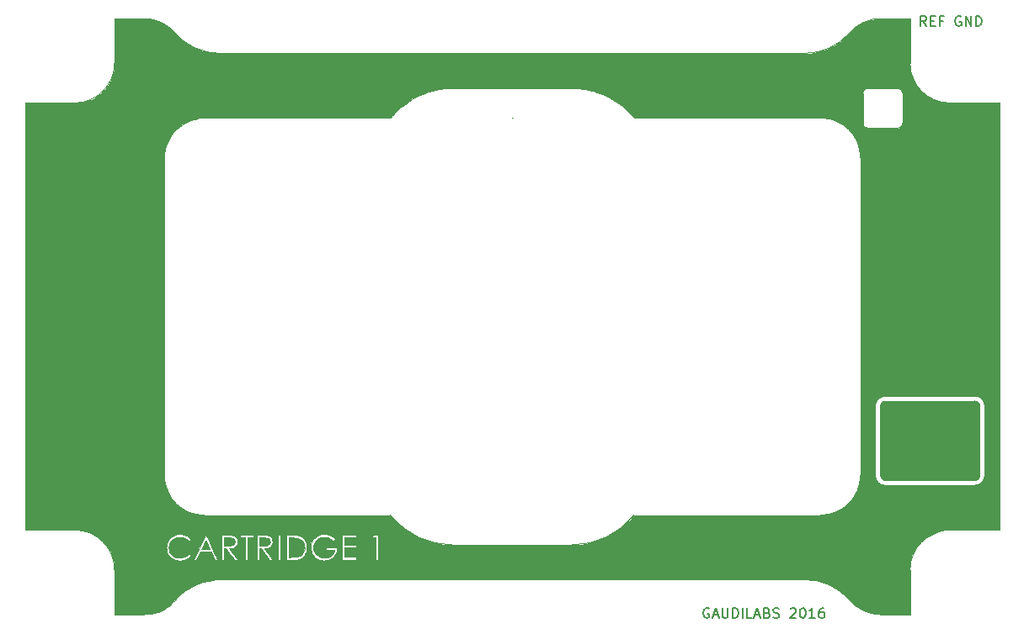
<source format=gbr>
G04 #@! TF.FileFunction,Legend,Top*
%FSLAX46Y46*%
G04 Gerber Fmt 4.6, Leading zero omitted, Abs format (unit mm)*
G04 Created by KiCad (PCBNEW 0.201603210401+6634~43~ubuntu14.04.1-product) date Mon 18 Apr 2016 03:28:45 PM CEST*
%MOMM*%
G01*
G04 APERTURE LIST*
%ADD10C,0.100000*%
%ADD11C,0.200000*%
%ADD12C,0.010000*%
%ADD13C,0.150000*%
G04 APERTURE END LIST*
D10*
D11*
X119776191Y-129400000D02*
X119680953Y-129352381D01*
X119538096Y-129352381D01*
X119395238Y-129400000D01*
X119300000Y-129495238D01*
X119252381Y-129590476D01*
X119204762Y-129780952D01*
X119204762Y-129923810D01*
X119252381Y-130114286D01*
X119300000Y-130209524D01*
X119395238Y-130304762D01*
X119538096Y-130352381D01*
X119633334Y-130352381D01*
X119776191Y-130304762D01*
X119823810Y-130257143D01*
X119823810Y-129923810D01*
X119633334Y-129923810D01*
X120204762Y-130066667D02*
X120680953Y-130066667D01*
X120109524Y-130352381D02*
X120442857Y-129352381D01*
X120776191Y-130352381D01*
X121109524Y-129352381D02*
X121109524Y-130161905D01*
X121157143Y-130257143D01*
X121204762Y-130304762D01*
X121300000Y-130352381D01*
X121490477Y-130352381D01*
X121585715Y-130304762D01*
X121633334Y-130257143D01*
X121680953Y-130161905D01*
X121680953Y-129352381D01*
X122157143Y-130352381D02*
X122157143Y-129352381D01*
X122395238Y-129352381D01*
X122538096Y-129400000D01*
X122633334Y-129495238D01*
X122680953Y-129590476D01*
X122728572Y-129780952D01*
X122728572Y-129923810D01*
X122680953Y-130114286D01*
X122633334Y-130209524D01*
X122538096Y-130304762D01*
X122395238Y-130352381D01*
X122157143Y-130352381D01*
X123157143Y-130352381D02*
X123157143Y-129352381D01*
X124109524Y-130352381D02*
X123633333Y-130352381D01*
X123633333Y-129352381D01*
X124395238Y-130066667D02*
X124871429Y-130066667D01*
X124300000Y-130352381D02*
X124633333Y-129352381D01*
X124966667Y-130352381D01*
X125633334Y-129828571D02*
X125776191Y-129876190D01*
X125823810Y-129923810D01*
X125871429Y-130019048D01*
X125871429Y-130161905D01*
X125823810Y-130257143D01*
X125776191Y-130304762D01*
X125680953Y-130352381D01*
X125300000Y-130352381D01*
X125300000Y-129352381D01*
X125633334Y-129352381D01*
X125728572Y-129400000D01*
X125776191Y-129447619D01*
X125823810Y-129542857D01*
X125823810Y-129638095D01*
X125776191Y-129733333D01*
X125728572Y-129780952D01*
X125633334Y-129828571D01*
X125300000Y-129828571D01*
X126252381Y-130304762D02*
X126395238Y-130352381D01*
X126633334Y-130352381D01*
X126728572Y-130304762D01*
X126776191Y-130257143D01*
X126823810Y-130161905D01*
X126823810Y-130066667D01*
X126776191Y-129971429D01*
X126728572Y-129923810D01*
X126633334Y-129876190D01*
X126442857Y-129828571D01*
X126347619Y-129780952D01*
X126300000Y-129733333D01*
X126252381Y-129638095D01*
X126252381Y-129542857D01*
X126300000Y-129447619D01*
X126347619Y-129400000D01*
X126442857Y-129352381D01*
X126680953Y-129352381D01*
X126823810Y-129400000D01*
X127966667Y-129447619D02*
X128014286Y-129400000D01*
X128109524Y-129352381D01*
X128347620Y-129352381D01*
X128442858Y-129400000D01*
X128490477Y-129447619D01*
X128538096Y-129542857D01*
X128538096Y-129638095D01*
X128490477Y-129780952D01*
X127919048Y-130352381D01*
X128538096Y-130352381D01*
X129157143Y-129352381D02*
X129252382Y-129352381D01*
X129347620Y-129400000D01*
X129395239Y-129447619D01*
X129442858Y-129542857D01*
X129490477Y-129733333D01*
X129490477Y-129971429D01*
X129442858Y-130161905D01*
X129395239Y-130257143D01*
X129347620Y-130304762D01*
X129252382Y-130352381D01*
X129157143Y-130352381D01*
X129061905Y-130304762D01*
X129014286Y-130257143D01*
X128966667Y-130161905D01*
X128919048Y-129971429D01*
X128919048Y-129733333D01*
X128966667Y-129542857D01*
X129014286Y-129447619D01*
X129061905Y-129400000D01*
X129157143Y-129352381D01*
X130442858Y-130352381D02*
X129871429Y-130352381D01*
X130157143Y-130352381D02*
X130157143Y-129352381D01*
X130061905Y-129495238D01*
X129966667Y-129590476D01*
X129871429Y-129638095D01*
X131300001Y-129352381D02*
X131109524Y-129352381D01*
X131014286Y-129400000D01*
X130966667Y-129447619D01*
X130871429Y-129590476D01*
X130823810Y-129780952D01*
X130823810Y-130161905D01*
X130871429Y-130257143D01*
X130919048Y-130304762D01*
X131014286Y-130352381D01*
X131204763Y-130352381D01*
X131300001Y-130304762D01*
X131347620Y-130257143D01*
X131395239Y-130161905D01*
X131395239Y-129923810D01*
X131347620Y-129828571D01*
X131300001Y-129780952D01*
X131204763Y-129733333D01*
X131014286Y-129733333D01*
X130919048Y-129780952D01*
X130871429Y-129828571D01*
X130823810Y-129923810D01*
D10*
X139248871Y-77529671D02*
X139248871Y-80529671D01*
X135748871Y-81029671D02*
X138748871Y-81029671D01*
X135248871Y-77529671D02*
X135248871Y-80529671D01*
X135748871Y-77029671D02*
X138748871Y-77029671D01*
X147000000Y-109000000D02*
X147000000Y-116000000D01*
X137500000Y-116500000D02*
X146500000Y-116500000D01*
X137000000Y-109000000D02*
X137000000Y-116000000D01*
X137500000Y-108500000D02*
X146500000Y-108500000D01*
X136500000Y-109000000D02*
X136500000Y-116000000D01*
X144000000Y-121500000D02*
X149000000Y-121500000D01*
X140000000Y-125500000D02*
X140000000Y-130000000D01*
X60000000Y-125500000D02*
X60000000Y-130000000D01*
X56000000Y-121500000D02*
X51000000Y-121500000D01*
X140000000Y-74500000D02*
X140000000Y-70000000D01*
X144000000Y-78500000D02*
X149000000Y-78500000D01*
X69000000Y-80000000D02*
X87755002Y-80000000D01*
X94000000Y-77000000D02*
X106000000Y-77000000D01*
X131000000Y-80000000D02*
X112244998Y-80000000D01*
X135000000Y-84000000D02*
X135000000Y-116000000D01*
X131000000Y-120000000D02*
X112244998Y-120000000D01*
X137500000Y-117000000D02*
X146500000Y-117000000D01*
X147500000Y-109000000D02*
X147500000Y-116000000D01*
X94000000Y-123000000D02*
X106000000Y-123000000D01*
X69000000Y-120000000D02*
X87755002Y-120000000D01*
X65000000Y-84000000D02*
X65000000Y-116000000D01*
X56000000Y-78500000D02*
X51000000Y-78500000D01*
X66015183Y-71371564D02*
X66077153Y-71442653D01*
X60000000Y-70000000D02*
X63000000Y-70000000D01*
X51000000Y-78500000D02*
X51000000Y-121500000D01*
X60000000Y-130000000D02*
X63000000Y-130000000D01*
X66077153Y-128557347D02*
X66015183Y-128628436D01*
X70599927Y-126500000D02*
X129400073Y-126500000D01*
X133922847Y-128557347D02*
X133984817Y-128628436D01*
X140000000Y-130000000D02*
X137000000Y-130000000D01*
X149000000Y-78500000D02*
X149000000Y-121500000D01*
X140000000Y-70000000D02*
X137000000Y-70000000D01*
X133984817Y-71371564D02*
X133922847Y-71442653D01*
X60000000Y-74500000D02*
X60000000Y-70000000D01*
X70599927Y-73500000D02*
X129400073Y-73500000D01*
X137500000Y-108000000D02*
X146500000Y-108000000D01*
X138748871Y-77029671D02*
G75*
G02X139248871Y-77529671I0J-500000D01*
G01*
X135748871Y-81029671D02*
G75*
G02X135248871Y-80529671I0J500000D01*
G01*
X135248871Y-77529671D02*
G75*
G02X135748871Y-77029671I500000J0D01*
G01*
X139248871Y-80529671D02*
G75*
G02X138748871Y-81029671I-500000J0D01*
G01*
X147000000Y-116000000D02*
G75*
G02X146500000Y-116500000I-500000J0D01*
G01*
X146500000Y-108500000D02*
G75*
G02X147000000Y-109000000I0J-500000D01*
G01*
X137000000Y-109000000D02*
G75*
G02X137500000Y-108500000I500000J0D01*
G01*
X137500000Y-116500000D02*
G75*
G02X137000000Y-116000000I0J500000D01*
G01*
X140000000Y-125500000D02*
G75*
G02X144000000Y-121500000I4000000J0D01*
G01*
X56000000Y-121500000D02*
G75*
G02X60000000Y-125500000I0J-4000000D01*
G01*
X144000000Y-78500000D02*
G75*
G02X140000000Y-74500000I0J4000000D01*
G01*
X65000000Y-84000000D02*
G75*
G02X69000000Y-80000000I4000000J0D01*
G01*
X87756557Y-79998059D02*
G75*
G02X94000000Y-77000000I6243443J-5001941D01*
G01*
X106002487Y-77000000D02*
G75*
G02X112244998Y-80000000I-2487J-8000000D01*
G01*
X131000000Y-80000000D02*
G75*
G02X135000000Y-84000000I0J-4000000D01*
G01*
X135000000Y-116000000D02*
G75*
G02X131000000Y-120000000I-4000000J0D01*
G01*
X112243443Y-120001941D02*
G75*
G02X106000000Y-123000000I-6243443J5001941D01*
G01*
X93997513Y-123000000D02*
G75*
G02X87755002Y-120000000I2487J8000000D01*
G01*
X69000000Y-120000000D02*
G75*
G02X65000000Y-116000000I0J4000000D01*
G01*
X60000000Y-74500000D02*
G75*
G02X56000000Y-78500000I-4000000J0D01*
G01*
X70597806Y-73500000D02*
G75*
G02X66077153Y-71442653I2121J6000000D01*
G01*
X63001414Y-69999999D02*
G75*
G02X66015183Y-71371564I-1414J-4000001D01*
G01*
X66014254Y-128629501D02*
G75*
G02X63000000Y-130000000I-3014254J2629501D01*
G01*
X66078547Y-128555749D02*
G75*
G02X70599927Y-126500000I4521380J-3944251D01*
G01*
X129402194Y-126500000D02*
G75*
G02X133922847Y-128557347I-2121J-6000000D01*
G01*
X136998586Y-130000001D02*
G75*
G02X133984817Y-128628436I1414J4000001D01*
G01*
X133985746Y-71370499D02*
G75*
G02X137000000Y-70000000I3014254J-2629501D01*
G01*
X133921453Y-71444251D02*
G75*
G02X129400073Y-73500000I-4521380J3944251D01*
G01*
X136500000Y-109000000D02*
G75*
G02X137500000Y-108000000I1000000J0D01*
G01*
X137500000Y-117000000D02*
G75*
G02X136500000Y-116000000I0J1000000D01*
G01*
X147500000Y-116000000D02*
G75*
G02X146500000Y-117000000I-1000000J0D01*
G01*
X146500000Y-108000000D02*
G75*
G02X147500000Y-109000000I0J-1000000D01*
G01*
D12*
G36*
X61975475Y-70033578D02*
X62248204Y-70033925D01*
X62487657Y-70034650D01*
X62696793Y-70035870D01*
X62878573Y-70037704D01*
X63035958Y-70040271D01*
X63171908Y-70043689D01*
X63289382Y-70048078D01*
X63391343Y-70053556D01*
X63480749Y-70060241D01*
X63560561Y-70068252D01*
X63633740Y-70077708D01*
X63703246Y-70088728D01*
X63772039Y-70101430D01*
X63843080Y-70115933D01*
X63870884Y-70121856D01*
X64244830Y-70220479D01*
X64600753Y-70352250D01*
X64940060Y-70518008D01*
X65264160Y-70718590D01*
X65574459Y-70954834D01*
X65872365Y-71227576D01*
X66060179Y-71425000D01*
X66292702Y-71674093D01*
X66514793Y-71894278D01*
X66733367Y-72091800D01*
X66955339Y-72272903D01*
X67187624Y-72443829D01*
X67191667Y-72446659D01*
X67588468Y-72700588D01*
X68006344Y-72923002D01*
X68441523Y-73112535D01*
X68890236Y-73267819D01*
X69348714Y-73387487D01*
X69813186Y-73470171D01*
X70102188Y-73502235D01*
X70126205Y-73503259D01*
X70174013Y-73504250D01*
X70245961Y-73505206D01*
X70342395Y-73506130D01*
X70463663Y-73507020D01*
X70610112Y-73507877D01*
X70782089Y-73508701D01*
X70979941Y-73509492D01*
X71204017Y-73510251D01*
X71454662Y-73510977D01*
X71732224Y-73511671D01*
X72037051Y-73512333D01*
X72369490Y-73512963D01*
X72729887Y-73513561D01*
X73118590Y-73514128D01*
X73535947Y-73514663D01*
X73982305Y-73515167D01*
X74458010Y-73515640D01*
X74963410Y-73516083D01*
X75498853Y-73516494D01*
X76064685Y-73516875D01*
X76661254Y-73517226D01*
X77288907Y-73517546D01*
X77947991Y-73517837D01*
X78638853Y-73518098D01*
X79361842Y-73518329D01*
X80117303Y-73518530D01*
X80905584Y-73518703D01*
X81727033Y-73518846D01*
X82581997Y-73518960D01*
X83470822Y-73519045D01*
X84393857Y-73519102D01*
X85351448Y-73519131D01*
X86343942Y-73519131D01*
X87371688Y-73519103D01*
X88435031Y-73519047D01*
X89534320Y-73518963D01*
X90669901Y-73518852D01*
X91842123Y-73518713D01*
X93051331Y-73518547D01*
X94297873Y-73518354D01*
X95582097Y-73518134D01*
X96904350Y-73517888D01*
X98264978Y-73517614D01*
X99664330Y-73517315D01*
X100186189Y-73517199D01*
X130015510Y-73510493D01*
X130260494Y-73468694D01*
X130743718Y-73370542D01*
X131201044Y-73244885D01*
X131635749Y-73090395D01*
X132051109Y-72905744D01*
X132450400Y-72689605D01*
X132836900Y-72440650D01*
X132889767Y-72403393D01*
X132982263Y-72336687D01*
X133067564Y-72272967D01*
X133148910Y-72209212D01*
X133229544Y-72142404D01*
X133312708Y-72069521D01*
X133401642Y-71987543D01*
X133499590Y-71893450D01*
X133609791Y-71784223D01*
X133735489Y-71656839D01*
X133879925Y-71508281D01*
X134046341Y-71335526D01*
X134133709Y-71244448D01*
X134415560Y-70978375D01*
X134721422Y-70742284D01*
X135048521Y-70537536D01*
X135394085Y-70365495D01*
X135755340Y-70227524D01*
X136129512Y-70124984D01*
X136513827Y-70059239D01*
X136555825Y-70054397D01*
X136614023Y-70050316D01*
X136709740Y-70046630D01*
X136841299Y-70043357D01*
X137007024Y-70040517D01*
X137205237Y-70038130D01*
X137434263Y-70036215D01*
X137692423Y-70034792D01*
X137978042Y-70033880D01*
X138289443Y-70033499D01*
X138354012Y-70033488D01*
X139961883Y-70033488D01*
X139961883Y-72304099D01*
X139962069Y-72667545D01*
X139962616Y-73009065D01*
X139963512Y-73326963D01*
X139964743Y-73619546D01*
X139966294Y-73885119D01*
X139968153Y-74121989D01*
X139970305Y-74328460D01*
X139972738Y-74502839D01*
X139975437Y-74643431D01*
X139978388Y-74748543D01*
X139981579Y-74816479D01*
X139982222Y-74825181D01*
X140033234Y-75216095D01*
X140121076Y-75596326D01*
X140244304Y-75963658D01*
X140401476Y-76315875D01*
X140591147Y-76650758D01*
X140811876Y-76966093D01*
X141062219Y-77259662D01*
X141340733Y-77529249D01*
X141645975Y-77772637D01*
X141976502Y-77987610D01*
X142078550Y-78045233D01*
X142362235Y-78183043D01*
X142670282Y-78301830D01*
X142990997Y-78397946D01*
X143312685Y-78467740D01*
X143532986Y-78499069D01*
X143584939Y-78502452D01*
X143675553Y-78505545D01*
X143804291Y-78508346D01*
X143970619Y-78510849D01*
X144174000Y-78513051D01*
X144413898Y-78514948D01*
X144689778Y-78516536D01*
X145001103Y-78517812D01*
X145347338Y-78518770D01*
X145727947Y-78519407D01*
X146142394Y-78519720D01*
X146340509Y-78519753D01*
X148957716Y-78519753D01*
X148957716Y-121480247D01*
X146340509Y-121480247D01*
X145910956Y-121480412D01*
X145514999Y-121480903D01*
X145153174Y-121481717D01*
X144826017Y-121482849D01*
X144534064Y-121484297D01*
X144277850Y-121486055D01*
X144057911Y-121488120D01*
X143874783Y-121490487D01*
X143729003Y-121493154D01*
X143621105Y-121496116D01*
X143551626Y-121499369D01*
X143532986Y-121500932D01*
X143168609Y-121559391D01*
X142805355Y-121654227D01*
X142449103Y-121782980D01*
X142105729Y-121943188D01*
X141781111Y-122132391D01*
X141481125Y-122348130D01*
X141450927Y-122372521D01*
X141359891Y-122451592D01*
X141252969Y-122551875D01*
X141139140Y-122664284D01*
X141027388Y-122779732D01*
X140926692Y-122889133D01*
X140846035Y-122983399D01*
X140841247Y-122989352D01*
X140622855Y-123292826D01*
X140432567Y-123620564D01*
X140272319Y-123967645D01*
X140144046Y-124329148D01*
X140049686Y-124700153D01*
X139991174Y-125075738D01*
X139982150Y-125172561D01*
X139978956Y-125233053D01*
X139975990Y-125330971D01*
X139973266Y-125464543D01*
X139970798Y-125631998D01*
X139968601Y-125831565D01*
X139966689Y-126061471D01*
X139965075Y-126319947D01*
X139963775Y-126605220D01*
X139962802Y-126915519D01*
X139962170Y-127249073D01*
X139961895Y-127604111D01*
X139961883Y-127695902D01*
X139961883Y-129966513D01*
X138349299Y-129966513D01*
X138045016Y-129966395D01*
X137777221Y-129966013D01*
X137543204Y-129965325D01*
X137340256Y-129964286D01*
X137165669Y-129962855D01*
X137016732Y-129960988D01*
X136890736Y-129958643D01*
X136784973Y-129955776D01*
X136696734Y-129952346D01*
X136623308Y-129948308D01*
X136561986Y-129943620D01*
X136510060Y-129938239D01*
X136502116Y-129937270D01*
X136123195Y-129871218D01*
X135752168Y-129769280D01*
X135394319Y-129633263D01*
X135054928Y-129464975D01*
X134957904Y-129408709D01*
X134785592Y-129300491D01*
X134626807Y-129189880D01*
X134475104Y-129071399D01*
X134324038Y-128939572D01*
X134167162Y-128788923D01*
X133998032Y-128613976D01*
X133907212Y-128516066D01*
X133696627Y-128292835D01*
X133498427Y-128096873D01*
X133305137Y-127921656D01*
X133109284Y-127760658D01*
X132903394Y-127607354D01*
X132729939Y-127488197D01*
X132319438Y-127236471D01*
X131898370Y-127021232D01*
X131464261Y-126841558D01*
X131014637Y-126696528D01*
X130547026Y-126585220D01*
X130113503Y-126513743D01*
X130099470Y-126512580D01*
X130074801Y-126511450D01*
X130038966Y-126510354D01*
X129991432Y-126509290D01*
X129931667Y-126508259D01*
X129859139Y-126507259D01*
X129773316Y-126506291D01*
X129673667Y-126505354D01*
X129559659Y-126504447D01*
X129430760Y-126503571D01*
X129286439Y-126502724D01*
X129126164Y-126501906D01*
X128949402Y-126501116D01*
X128755622Y-126500355D01*
X128544291Y-126499622D01*
X128314879Y-126498915D01*
X128066852Y-126498236D01*
X127799679Y-126497583D01*
X127512827Y-126496956D01*
X127205766Y-126496354D01*
X126877963Y-126495777D01*
X126528886Y-126495225D01*
X126158003Y-126494696D01*
X125764782Y-126494192D01*
X125348691Y-126493710D01*
X124909199Y-126493251D01*
X124445773Y-126492814D01*
X123957881Y-126492399D01*
X123444992Y-126492006D01*
X122906573Y-126491633D01*
X122342093Y-126491280D01*
X121751019Y-126490948D01*
X121132820Y-126490634D01*
X120486964Y-126490340D01*
X119812918Y-126490064D01*
X119110152Y-126489807D01*
X118378132Y-126489567D01*
X117616327Y-126489344D01*
X116824205Y-126489138D01*
X116001234Y-126488948D01*
X115146882Y-126488773D01*
X114260617Y-126488615D01*
X113341907Y-126488470D01*
X112390220Y-126488341D01*
X111405025Y-126488225D01*
X110385789Y-126488123D01*
X109331981Y-126488033D01*
X108243068Y-126487957D01*
X107118518Y-126487892D01*
X105957800Y-126487839D01*
X104760381Y-126487797D01*
X103525730Y-126487766D01*
X102253315Y-126487745D01*
X100942604Y-126487734D01*
X100009800Y-126487732D01*
X98672187Y-126487736D01*
X97373240Y-126487750D01*
X96112427Y-126487774D01*
X94889215Y-126487809D01*
X93703073Y-126487854D01*
X92553469Y-126487911D01*
X91439870Y-126487979D01*
X90361746Y-126488059D01*
X89318563Y-126488153D01*
X88309791Y-126488259D01*
X87334896Y-126488379D01*
X86393348Y-126488513D01*
X85484614Y-126488662D01*
X84608162Y-126488825D01*
X83763460Y-126489004D01*
X82949977Y-126489199D01*
X82167180Y-126489410D01*
X81414537Y-126489638D01*
X80691517Y-126489884D01*
X79997587Y-126490147D01*
X79332216Y-126490428D01*
X78694872Y-126490728D01*
X78085022Y-126491047D01*
X77502135Y-126491386D01*
X76945679Y-126491745D01*
X76415121Y-126492124D01*
X75909931Y-126492524D01*
X75429575Y-126492946D01*
X74973523Y-126493389D01*
X74541241Y-126493855D01*
X74132199Y-126494344D01*
X73745864Y-126494855D01*
X73381704Y-126495391D01*
X73039187Y-126495951D01*
X72717781Y-126496535D01*
X72416955Y-126497145D01*
X72136176Y-126497780D01*
X71874913Y-126498441D01*
X71632633Y-126499129D01*
X71408805Y-126499843D01*
X71202897Y-126500585D01*
X71014376Y-126501355D01*
X70842711Y-126502153D01*
X70687369Y-126502980D01*
X70547820Y-126503836D01*
X70423530Y-126504721D01*
X70313968Y-126505637D01*
X70218603Y-126506584D01*
X70136901Y-126507562D01*
X70068331Y-126508571D01*
X70012362Y-126509612D01*
X69968461Y-126510685D01*
X69936096Y-126511792D01*
X69914735Y-126512932D01*
X69906096Y-126513743D01*
X69412489Y-126598100D01*
X68935266Y-126717926D01*
X68474708Y-126873111D01*
X68031100Y-127063545D01*
X67604726Y-127289117D01*
X67195869Y-127549716D01*
X67133025Y-127593992D01*
X66913066Y-127758490D01*
X66703250Y-127931595D01*
X66496297Y-128119910D01*
X66284927Y-128330040D01*
X66077705Y-128551155D01*
X65894260Y-128746335D01*
X65723391Y-128914032D01*
X65557703Y-129060487D01*
X65389799Y-129191945D01*
X65212281Y-129314647D01*
X65061695Y-129408709D01*
X64728844Y-129586287D01*
X64375956Y-129732134D01*
X64008312Y-129844442D01*
X63631196Y-129921404D01*
X63517484Y-129937270D01*
X63466846Y-129942772D01*
X63407264Y-129947574D01*
X63336026Y-129951719D01*
X63250423Y-129955248D01*
X63147744Y-129958206D01*
X63025279Y-129960636D01*
X62880318Y-129962579D01*
X62710151Y-129964079D01*
X62512068Y-129965180D01*
X62283358Y-129965923D01*
X62021313Y-129966352D01*
X61723220Y-129966510D01*
X61671222Y-129966513D01*
X60059560Y-129966513D01*
X60052826Y-127531366D01*
X60051821Y-127171893D01*
X60050873Y-126849387D01*
X60049941Y-126561618D01*
X60048984Y-126306355D01*
X60047960Y-126081367D01*
X60046829Y-125884425D01*
X60045548Y-125713298D01*
X60044078Y-125565756D01*
X60042376Y-125439568D01*
X60040401Y-125332504D01*
X60038113Y-125242334D01*
X60035470Y-125166827D01*
X60032430Y-125103752D01*
X60028953Y-125050880D01*
X60024997Y-125005979D01*
X60020522Y-124966820D01*
X60015485Y-124931172D01*
X60009846Y-124896805D01*
X60003563Y-124861489D01*
X60003481Y-124861034D01*
X59912007Y-124455880D01*
X59788332Y-124071618D01*
X59632828Y-123709095D01*
X59445870Y-123369159D01*
X59348504Y-123227825D01*
X65215502Y-123227825D01*
X65219084Y-123378237D01*
X65234207Y-123511847D01*
X65239241Y-123538118D01*
X65297140Y-123730485D01*
X65386494Y-123917950D01*
X65500981Y-124088788D01*
X65591324Y-124190843D01*
X65748070Y-124326744D01*
X65915254Y-124429302D01*
X66100232Y-124502220D01*
X66299923Y-124547537D01*
X66433514Y-124565981D01*
X66547901Y-124573125D01*
X66661302Y-124569335D01*
X66775824Y-124557107D01*
X66999634Y-124510157D01*
X67029257Y-124498457D01*
X67958187Y-124498457D01*
X68240201Y-124498161D01*
X68609571Y-123714507D01*
X69729767Y-123714507D01*
X69906739Y-124101582D01*
X70083711Y-124488658D01*
X70227634Y-124494465D01*
X70303533Y-124496019D01*
X70346369Y-124492484D01*
X70362046Y-124482993D01*
X70361211Y-124474867D01*
X70351451Y-124453233D01*
X70326599Y-124398949D01*
X70288006Y-124314944D01*
X70237021Y-124204149D01*
X70174995Y-124069496D01*
X70103279Y-123913915D01*
X70023222Y-123740336D01*
X69936176Y-123551691D01*
X69843491Y-123350911D01*
X69777920Y-123208918D01*
X69654616Y-122942641D01*
X69546699Y-122711127D01*
X69453654Y-122513312D01*
X69374961Y-122348133D01*
X69310105Y-122214527D01*
X69258566Y-122111431D01*
X69219829Y-122037782D01*
X69193375Y-121992517D01*
X69178687Y-121974572D01*
X69176929Y-121974196D01*
X69164996Y-121992165D01*
X69137911Y-122042297D01*
X69097261Y-122121310D01*
X69044634Y-122225925D01*
X68981617Y-122352859D01*
X68909798Y-122498834D01*
X68830764Y-122660566D01*
X68746102Y-122834777D01*
X68657400Y-123018185D01*
X68566246Y-123207509D01*
X68474227Y-123399469D01*
X68382930Y-123590783D01*
X68293942Y-123778171D01*
X68208852Y-123958353D01*
X68129247Y-124128046D01*
X68056714Y-124283972D01*
X68005318Y-124395564D01*
X67958187Y-124498457D01*
X70778241Y-124498457D01*
X71033025Y-124498457D01*
X71033025Y-123361729D01*
X71202166Y-123361729D01*
X71651662Y-123929353D01*
X72101158Y-124496978D01*
X72265885Y-124497718D01*
X72345344Y-124497548D01*
X72391855Y-124495124D01*
X72411660Y-124488893D01*
X72411003Y-124477304D01*
X72400836Y-124464159D01*
X72381938Y-124441108D01*
X72341721Y-124391134D01*
X72283213Y-124318033D01*
X72209444Y-124225599D01*
X72123442Y-124117627D01*
X72028239Y-123997913D01*
X71947735Y-123896550D01*
X71524410Y-123363239D01*
X71587398Y-123353660D01*
X71644655Y-123345769D01*
X71718495Y-123336611D01*
X71754936Y-123332411D01*
X71920356Y-123296572D01*
X72065437Y-123230095D01*
X72187014Y-123136096D01*
X72281925Y-123017693D01*
X72347003Y-122878002D01*
X72379085Y-122720140D01*
X72379320Y-122717391D01*
X72375186Y-122561907D01*
X72338472Y-122414118D01*
X72272169Y-122281304D01*
X72179271Y-122170741D01*
X72141415Y-122138943D01*
X72074120Y-122093330D01*
X72000718Y-122056329D01*
X71916543Y-122027146D01*
X71816929Y-122004981D01*
X71697208Y-121989039D01*
X71552714Y-121978522D01*
X71378781Y-121972634D01*
X71170742Y-121970577D01*
X71155517Y-121970556D01*
X70778241Y-121970216D01*
X72600926Y-121970216D01*
X72600926Y-122264198D01*
X73149692Y-122264198D01*
X73149692Y-124498457D01*
X73404476Y-124498457D01*
X74306019Y-124498457D01*
X74560803Y-124498457D01*
X74560803Y-123361729D01*
X74644098Y-123362102D01*
X74727392Y-123362476D01*
X75178164Y-123930449D01*
X75628935Y-124498423D01*
X75790388Y-124498440D01*
X75951840Y-124498457D01*
X75527924Y-123964391D01*
X75427547Y-123838012D01*
X75334015Y-123720407D01*
X75250344Y-123615356D01*
X75179552Y-123526639D01*
X75124652Y-123458037D01*
X75088662Y-123413330D01*
X75075481Y-123397273D01*
X75060303Y-123374488D01*
X75071920Y-123362608D01*
X75112558Y-123354963D01*
X75239034Y-123336389D01*
X75334647Y-123320208D01*
X75407498Y-123304518D01*
X75465685Y-123287415D01*
X75517309Y-123266994D01*
X75547978Y-123252614D01*
X75676412Y-123169101D01*
X75780002Y-123056006D01*
X75850737Y-122932908D01*
X75877777Y-122866479D01*
X75893286Y-122803464D01*
X75900087Y-122728364D01*
X75901175Y-122656173D01*
X75884965Y-122490218D01*
X75836701Y-122346647D01*
X75756058Y-122224834D01*
X75642716Y-122124151D01*
X75619136Y-122108428D01*
X75561865Y-122074085D01*
X75505666Y-122046654D01*
X75445095Y-122025241D01*
X75374711Y-122008950D01*
X75289072Y-121996886D01*
X75182735Y-121988153D01*
X75050258Y-121981856D01*
X74886199Y-121977100D01*
X74810687Y-121975433D01*
X74560035Y-121970216D01*
X76422685Y-121970216D01*
X76422685Y-124498457D01*
X76677469Y-124498457D01*
X77285031Y-124498457D01*
X77815024Y-124498457D01*
X77995944Y-124497815D01*
X78142738Y-124495739D01*
X78260457Y-124492003D01*
X78354154Y-124486381D01*
X78428881Y-124478645D01*
X78489691Y-124468571D01*
X78491616Y-124468176D01*
X78629156Y-124433925D01*
X78741914Y-124390965D01*
X78844226Y-124333120D01*
X78904435Y-124290311D01*
X79054518Y-124152377D01*
X79177271Y-123986470D01*
X79272451Y-123792951D01*
X79306862Y-123694908D01*
X79325386Y-123630523D01*
X79338149Y-123570302D01*
X79346129Y-123504601D01*
X79350305Y-123423776D01*
X79351643Y-123318901D01*
X79722093Y-123318901D01*
X79752907Y-123537445D01*
X79783618Y-123651191D01*
X79863002Y-123840606D01*
X79975225Y-124018125D01*
X80114860Y-124178430D01*
X80276482Y-124316205D01*
X80454664Y-124426135D01*
X80643980Y-124502902D01*
X80656782Y-124506687D01*
X80848665Y-124547983D01*
X81053281Y-124567136D01*
X81256988Y-124563803D01*
X81446146Y-124537641D01*
X81488966Y-124527645D01*
X81690079Y-124457347D01*
X81868445Y-124355981D01*
X82022596Y-124225399D01*
X82151067Y-124067453D01*
X82252391Y-123883993D01*
X82325100Y-123676869D01*
X82367727Y-123447934D01*
X82371204Y-123414322D01*
X82385315Y-123263735D01*
X81283179Y-123263735D01*
X81283179Y-123538118D01*
X82111456Y-123538118D01*
X82099795Y-123609979D01*
X82063155Y-123730450D01*
X81995313Y-123853459D01*
X81902713Y-123970624D01*
X81791799Y-124073566D01*
X81690611Y-124142109D01*
X81573396Y-124200461D01*
X81456084Y-124239599D01*
X81327215Y-124262140D01*
X81175330Y-124270700D01*
X81126389Y-124270945D01*
X81018090Y-124269154D01*
X80935577Y-124263468D01*
X80865488Y-124251975D01*
X80794463Y-124232761D01*
X80744401Y-124216236D01*
X80564135Y-124141442D01*
X80411996Y-124048935D01*
X80278768Y-123932913D01*
X80255446Y-123908396D01*
X80132380Y-123749199D01*
X80044605Y-123577434D01*
X79992910Y-123396728D01*
X79978082Y-123210709D01*
X80000909Y-123023003D01*
X80036631Y-122900930D01*
X80121727Y-122722021D01*
X80238000Y-122565648D01*
X80383369Y-122433601D01*
X80555754Y-122327673D01*
X80753073Y-122249652D01*
X80812809Y-122232974D01*
X80935479Y-122213388D01*
X81078207Y-122209010D01*
X81225246Y-122219096D01*
X81360847Y-122242903D01*
X81425766Y-122261897D01*
X81638979Y-122356031D01*
X81839738Y-122482745D01*
X81891817Y-122522927D01*
X82013612Y-122621070D01*
X82227594Y-122407088D01*
X82064067Y-122275749D01*
X81911228Y-122165851D01*
X81747686Y-122070930D01*
X81585292Y-121997293D01*
X81502686Y-121970216D01*
X82851081Y-121970216D01*
X82851081Y-124498457D01*
X84301389Y-124498457D01*
X84301389Y-124224649D01*
X83708527Y-124219462D01*
X83115664Y-124214275D01*
X83115664Y-123293133D01*
X83709379Y-123287945D01*
X84303095Y-123282756D01*
X84297342Y-123140954D01*
X84291590Y-122999152D01*
X83698727Y-122993965D01*
X83105865Y-122988777D01*
X83105865Y-122264198D01*
X84301389Y-122264198D01*
X84301389Y-122256120D01*
X85830093Y-122256120D01*
X85848308Y-122259511D01*
X85897422Y-122262201D01*
X85969138Y-122263848D01*
X86026081Y-122264198D01*
X86222068Y-122264198D01*
X86222068Y-124498457D01*
X86476852Y-124498457D01*
X86476852Y-121970216D01*
X85990271Y-121970216D01*
X85910182Y-122109129D01*
X85873197Y-122174198D01*
X85845255Y-122225108D01*
X85831004Y-122253325D01*
X85830093Y-122256120D01*
X84301389Y-122256120D01*
X84301389Y-121970216D01*
X82851081Y-121970216D01*
X81502686Y-121970216D01*
X81469368Y-121959295D01*
X81323827Y-121931716D01*
X81157842Y-121917563D01*
X80987981Y-121917357D01*
X80830814Y-121931624D01*
X80793210Y-121937930D01*
X80579363Y-121996819D01*
X80384358Y-122087604D01*
X80210280Y-122206746D01*
X80059216Y-122350706D01*
X79933252Y-122515944D01*
X79834471Y-122698922D01*
X79764961Y-122896100D01*
X79726807Y-123103939D01*
X79722093Y-123318901D01*
X79351643Y-123318901D01*
X79351653Y-123318184D01*
X79351576Y-123253936D01*
X79350488Y-123135195D01*
X79347485Y-123045844D01*
X79341392Y-122976083D01*
X79331036Y-122916109D01*
X79315242Y-122856123D01*
X79297047Y-122798960D01*
X79237595Y-122654921D01*
X79158017Y-122513190D01*
X79065751Y-122385111D01*
X78968234Y-122282026D01*
X78945379Y-122262670D01*
X78805309Y-122168126D01*
X78643264Y-122088376D01*
X78475825Y-122031148D01*
X78421064Y-122018286D01*
X78337145Y-122005825D01*
X78216025Y-121995019D01*
X78059667Y-121985994D01*
X77870038Y-121978881D01*
X77779900Y-121976469D01*
X77285031Y-121964618D01*
X77285031Y-124498457D01*
X76677469Y-124498457D01*
X76677469Y-121970216D01*
X76422685Y-121970216D01*
X74560035Y-121970216D01*
X74306019Y-121964929D01*
X74306019Y-124498457D01*
X73404476Y-124498457D01*
X73404476Y-122264198D01*
X73953241Y-122264198D01*
X73953241Y-121970216D01*
X72600926Y-121970216D01*
X70778241Y-121970216D01*
X70778241Y-124498457D01*
X67958187Y-124498457D01*
X67029257Y-124498457D01*
X67203964Y-124429456D01*
X67390941Y-124313960D01*
X67548232Y-124177307D01*
X67613458Y-124110715D01*
X67651051Y-124063722D01*
X67660855Y-124027977D01*
X67642716Y-123995126D01*
X67596480Y-123956817D01*
X67543462Y-123919613D01*
X67467439Y-123866928D01*
X67344252Y-123977603D01*
X67179956Y-124100953D01*
X67000794Y-124192087D01*
X66811598Y-124251069D01*
X66617201Y-124277968D01*
X66422437Y-124272851D01*
X66232137Y-124235785D01*
X66051136Y-124166837D01*
X65884264Y-124066075D01*
X65757227Y-123955548D01*
X65634628Y-123803185D01*
X65544898Y-123633515D01*
X65488748Y-123451643D01*
X65466889Y-123262672D01*
X65480033Y-123071707D01*
X65528889Y-122883854D01*
X65589116Y-122748602D01*
X65684085Y-122608400D01*
X65809635Y-122480602D01*
X65957700Y-122371082D01*
X66120212Y-122285714D01*
X66289102Y-122230373D01*
X66305788Y-122226766D01*
X66474246Y-122206911D01*
X66654981Y-122211290D01*
X66835537Y-122238211D01*
X67003461Y-122285982D01*
X67118845Y-122337265D01*
X67182985Y-122377931D01*
X67259385Y-122435128D01*
X67332867Y-122497393D01*
X67341817Y-122505638D01*
X67464142Y-122619686D01*
X67572667Y-122537749D01*
X67681191Y-122455812D01*
X67643809Y-122404102D01*
X67552377Y-122299968D01*
X67432816Y-122197158D01*
X67295647Y-122103540D01*
X67151389Y-122026983D01*
X67123071Y-122014604D01*
X66944210Y-121957068D01*
X66745363Y-121923705D01*
X66537717Y-121914925D01*
X66332458Y-121931136D01*
X66140774Y-121972747D01*
X66123534Y-121978081D01*
X65922362Y-122061313D01*
X65737895Y-122175631D01*
X65574542Y-122316732D01*
X65436710Y-122480313D01*
X65328804Y-122662070D01*
X65268481Y-122812963D01*
X65240754Y-122931470D01*
X65222910Y-123074331D01*
X65215502Y-123227825D01*
X59348504Y-123227825D01*
X59227831Y-123052660D01*
X59178210Y-122989352D01*
X59099546Y-122896895D01*
X59000044Y-122788450D01*
X58888725Y-122673137D01*
X58774604Y-122560079D01*
X58666702Y-122458396D01*
X58574036Y-122377208D01*
X58568210Y-122372411D01*
X58274073Y-122155637D01*
X57954297Y-121964539D01*
X57614858Y-121801619D01*
X57261731Y-121669378D01*
X56900888Y-121570318D01*
X56538306Y-121506939D01*
X56486614Y-121500932D01*
X56434661Y-121497549D01*
X56344047Y-121494455D01*
X56215308Y-121491655D01*
X56048980Y-121489152D01*
X55845599Y-121486950D01*
X55605701Y-121485052D01*
X55329822Y-121483464D01*
X55018496Y-121482189D01*
X54672261Y-121481231D01*
X54291652Y-121480594D01*
X53877205Y-121480281D01*
X53679091Y-121480247D01*
X51061883Y-121480247D01*
X51061883Y-100003546D01*
X65015222Y-100003546D01*
X65015240Y-100700616D01*
X65015292Y-101396560D01*
X65015379Y-102090259D01*
X65015501Y-102780591D01*
X65015658Y-103466438D01*
X65015849Y-104146678D01*
X65016075Y-104820192D01*
X65016336Y-105485859D01*
X65016632Y-106142560D01*
X65016962Y-106789175D01*
X65017327Y-107424583D01*
X65017727Y-108047665D01*
X65018162Y-108657299D01*
X65018631Y-109252367D01*
X65019136Y-109831747D01*
X65019675Y-110394321D01*
X65020248Y-110938967D01*
X65020857Y-111464567D01*
X65021500Y-111969998D01*
X65022178Y-112454143D01*
X65022891Y-112915880D01*
X65023639Y-113354089D01*
X65024421Y-113767651D01*
X65025238Y-114155444D01*
X65026090Y-114516350D01*
X65026977Y-114849248D01*
X65027898Y-115153018D01*
X65028854Y-115426539D01*
X65029845Y-115668693D01*
X65030871Y-115878358D01*
X65031931Y-116054414D01*
X65033027Y-116195742D01*
X65034156Y-116301221D01*
X65035321Y-116369732D01*
X65036508Y-116400040D01*
X65097450Y-116791551D01*
X65194605Y-117170852D01*
X65326506Y-117535822D01*
X65491683Y-117884337D01*
X65688669Y-118214278D01*
X65915996Y-118523521D01*
X66172194Y-118809945D01*
X66455796Y-119071428D01*
X66765334Y-119305849D01*
X67099338Y-119511085D01*
X67240664Y-119585133D01*
X67564999Y-119730833D01*
X67891266Y-119843864D01*
X68228436Y-119926789D01*
X68585484Y-119982168D01*
X68658751Y-119990033D01*
X68695417Y-119991837D01*
X68768582Y-119993555D01*
X68878373Y-119995188D01*
X69024918Y-119996735D01*
X69208343Y-119998198D01*
X69428775Y-119999576D01*
X69686341Y-120000870D01*
X69981167Y-120002080D01*
X70313382Y-120003206D01*
X70683112Y-120004248D01*
X71090483Y-120005207D01*
X71535623Y-120006083D01*
X72018658Y-120006876D01*
X72539716Y-120007587D01*
X73098924Y-120008216D01*
X73696407Y-120008763D01*
X74332294Y-120009228D01*
X75006711Y-120009611D01*
X75719785Y-120009914D01*
X76471644Y-120010136D01*
X77262413Y-120010277D01*
X78092220Y-120010337D01*
X78312145Y-120010340D01*
X87762576Y-120010340D01*
X87961489Y-120241745D01*
X88323606Y-120633595D01*
X88715907Y-121002707D01*
X89135080Y-121346705D01*
X89577815Y-121663211D01*
X90040799Y-121949847D01*
X90520722Y-122204236D01*
X90983644Y-122411551D01*
X91384333Y-122561288D01*
X91807060Y-122692918D01*
X92242245Y-122804253D01*
X92680307Y-122893108D01*
X93111665Y-122957294D01*
X93526737Y-122994627D01*
X93542207Y-122995495D01*
X93570764Y-122995989D01*
X93637039Y-122996463D01*
X93739556Y-122996915D01*
X93876834Y-122997344D01*
X94047396Y-122997749D01*
X94249764Y-122998130D01*
X94482458Y-122998485D01*
X94744000Y-122998813D01*
X95032913Y-122999113D01*
X95347717Y-122999384D01*
X95686933Y-122999625D01*
X96049085Y-122999835D01*
X96432692Y-123000013D01*
X96836277Y-123000158D01*
X97258361Y-123000269D01*
X97697466Y-123000345D01*
X98152113Y-123000384D01*
X98620823Y-123000386D01*
X99102119Y-123000349D01*
X99594522Y-123000274D01*
X100096553Y-123000157D01*
X100137192Y-123000146D01*
X100737284Y-122999972D01*
X101299470Y-122999786D01*
X101825042Y-122999582D01*
X102315292Y-122999352D01*
X102771510Y-122999090D01*
X103194989Y-122998790D01*
X103587020Y-122998443D01*
X103948894Y-122998043D01*
X104281904Y-122997582D01*
X104587340Y-122997055D01*
X104866496Y-122996454D01*
X105120661Y-122995772D01*
X105351128Y-122995002D01*
X105559188Y-122994138D01*
X105746133Y-122993171D01*
X105913255Y-122992096D01*
X106061844Y-122990905D01*
X106193194Y-122989591D01*
X106308594Y-122988148D01*
X106409338Y-122986568D01*
X106496716Y-122984845D01*
X106572020Y-122982971D01*
X106636542Y-122980940D01*
X106691574Y-122978745D01*
X106738406Y-122976378D01*
X106778330Y-122973832D01*
X106812639Y-122971102D01*
X106842624Y-122968179D01*
X106869576Y-122965057D01*
X106879167Y-122963833D01*
X107453157Y-122872098D01*
X108003879Y-122749433D01*
X108532941Y-122595200D01*
X109041951Y-122408762D01*
X109532520Y-122189479D01*
X110006254Y-121936713D01*
X110464764Y-121649828D01*
X110808719Y-121405073D01*
X111114964Y-121162356D01*
X111417897Y-120897399D01*
X111707194Y-120619815D01*
X111972532Y-120339215D01*
X112058110Y-120241745D01*
X112257024Y-120010340D01*
X121707454Y-120010340D01*
X122547330Y-120010300D01*
X123348135Y-120010180D01*
X124109997Y-120009979D01*
X124833042Y-120009697D01*
X125517397Y-120009334D01*
X126163190Y-120008890D01*
X126770546Y-120008365D01*
X127339594Y-120007757D01*
X127870459Y-120007067D01*
X128363270Y-120006295D01*
X128818152Y-120005440D01*
X129235233Y-120004503D01*
X129614639Y-120003482D01*
X129956498Y-120002377D01*
X130260936Y-120001189D01*
X130528081Y-119999917D01*
X130758059Y-119998561D01*
X130950998Y-119997120D01*
X131107023Y-119995594D01*
X131226263Y-119993983D01*
X131308843Y-119992287D01*
X131354892Y-119990505D01*
X131360848Y-119990033D01*
X131723340Y-119939671D01*
X132064171Y-119862192D01*
X132392208Y-119755065D01*
X132716321Y-119615757D01*
X132778442Y-119585316D01*
X133119509Y-119393501D01*
X133438690Y-119170530D01*
X133733938Y-118918759D01*
X134003206Y-118640543D01*
X134244447Y-118338236D01*
X134455613Y-118014195D01*
X134634656Y-117670773D01*
X134779529Y-117310326D01*
X134794363Y-117266513D01*
X134899647Y-116894414D01*
X134968622Y-116519496D01*
X134983091Y-116400040D01*
X134984290Y-116369225D01*
X134985455Y-116300333D01*
X134986584Y-116194483D01*
X134987679Y-116052796D01*
X134988739Y-115876392D01*
X134989764Y-115666391D01*
X134990755Y-115423913D01*
X134991711Y-115150079D01*
X134992632Y-114846007D01*
X134993518Y-114512819D01*
X134994370Y-114151634D01*
X134995186Y-113763572D01*
X134995244Y-113732353D01*
X136473232Y-113732353D01*
X136473308Y-114074705D01*
X136473516Y-114384747D01*
X136473905Y-114664199D01*
X136474524Y-114914783D01*
X136475422Y-115138221D01*
X136476648Y-115336235D01*
X136478253Y-115510546D01*
X136480283Y-115662876D01*
X136482790Y-115794947D01*
X136485822Y-115908479D01*
X136489428Y-116005195D01*
X136493657Y-116086817D01*
X136498559Y-116155065D01*
X136504182Y-116211662D01*
X136510577Y-116258329D01*
X136517791Y-116296788D01*
X136525874Y-116328761D01*
X136534876Y-116355968D01*
X136544845Y-116380133D01*
X136555831Y-116402976D01*
X136567883Y-116426218D01*
X136581049Y-116451583D01*
X136586616Y-116462662D01*
X136649908Y-116563514D01*
X136738470Y-116669004D01*
X136841519Y-116768390D01*
X136948270Y-116850931D01*
X137017789Y-116892116D01*
X137041623Y-116904593D01*
X137062714Y-116916152D01*
X137082565Y-116926827D01*
X137102681Y-116936651D01*
X137124566Y-116945659D01*
X137149724Y-116953885D01*
X137179659Y-116961362D01*
X137215875Y-116968125D01*
X137259876Y-116974207D01*
X137313167Y-116979643D01*
X137377251Y-116984466D01*
X137453633Y-116988711D01*
X137543816Y-116992411D01*
X137649305Y-116995601D01*
X137771604Y-116998314D01*
X137912217Y-117000584D01*
X138072647Y-117002445D01*
X138254400Y-117003932D01*
X138458980Y-117005078D01*
X138687889Y-117005918D01*
X138942633Y-117006484D01*
X139224716Y-117006812D01*
X139535641Y-117006935D01*
X139876913Y-117006887D01*
X140250036Y-117006703D01*
X140656513Y-117006415D01*
X141097850Y-117006058D01*
X141575550Y-117005667D01*
X142029553Y-117005318D01*
X146694059Y-117001929D01*
X146811652Y-116957268D01*
X146996435Y-116866994D01*
X147156729Y-116746805D01*
X147290443Y-116598953D01*
X147395485Y-116425691D01*
X147461572Y-116257176D01*
X147465966Y-116241603D01*
X147469988Y-116223666D01*
X147473655Y-116201655D01*
X147476983Y-116173858D01*
X147479988Y-116138566D01*
X147482687Y-116094066D01*
X147485097Y-116038648D01*
X147487233Y-115970601D01*
X147489112Y-115888213D01*
X147490750Y-115789775D01*
X147492164Y-115673574D01*
X147493370Y-115537900D01*
X147494385Y-115381042D01*
X147495225Y-115201289D01*
X147495906Y-114996930D01*
X147496444Y-114766253D01*
X147496857Y-114507549D01*
X147497160Y-114219105D01*
X147497370Y-113899212D01*
X147497504Y-113546157D01*
X147497576Y-113158230D01*
X147497605Y-112733721D01*
X147497608Y-112494213D01*
X147497608Y-108848843D01*
X147453850Y-108711652D01*
X147373966Y-108519788D01*
X147265906Y-108354509D01*
X147131197Y-108217215D01*
X146971366Y-108109311D01*
X146787941Y-108032199D01*
X146684260Y-108004846D01*
X146649467Y-108001585D01*
X146577609Y-107998506D01*
X146470816Y-107995609D01*
X146331221Y-107992896D01*
X146160954Y-107990364D01*
X145962146Y-107988015D01*
X145736930Y-107985849D01*
X145487436Y-107983865D01*
X145215796Y-107982063D01*
X144924141Y-107980444D01*
X144614603Y-107979007D01*
X144289312Y-107977753D01*
X143950401Y-107976681D01*
X143600001Y-107975791D01*
X143240243Y-107975084D01*
X142873258Y-107974559D01*
X142501178Y-107974217D01*
X142126134Y-107974057D01*
X141750258Y-107974079D01*
X141375681Y-107974284D01*
X141004533Y-107974671D01*
X140638948Y-107975240D01*
X140281055Y-107975991D01*
X139932987Y-107976925D01*
X139596875Y-107978041D01*
X139274850Y-107979340D01*
X138969043Y-107980820D01*
X138681586Y-107982483D01*
X138414610Y-107984328D01*
X138170247Y-107986356D01*
X137950628Y-107988565D01*
X137757884Y-107990957D01*
X137594147Y-107993531D01*
X137461548Y-107996287D01*
X137362219Y-107999226D01*
X137298290Y-108002346D01*
X137274461Y-108004888D01*
X137090813Y-108063223D01*
X136923556Y-108154933D01*
X136776583Y-108276242D01*
X136653788Y-108423372D01*
X136559063Y-108592547D01*
X136502855Y-108753418D01*
X136499201Y-108771042D01*
X136495855Y-108795750D01*
X136492804Y-108829202D01*
X136490034Y-108873063D01*
X136487533Y-108928993D01*
X136485287Y-108998656D01*
X136483283Y-109083713D01*
X136481509Y-109185826D01*
X136479950Y-109306659D01*
X136478594Y-109447873D01*
X136477428Y-109611130D01*
X136476439Y-109798093D01*
X136475613Y-110010425D01*
X136474938Y-110249787D01*
X136474399Y-110517841D01*
X136473985Y-110816251D01*
X136473681Y-111146677D01*
X136473476Y-111510783D01*
X136473355Y-111910231D01*
X136473306Y-112346683D01*
X136473303Y-112494213D01*
X136473279Y-112943828D01*
X136473239Y-113355968D01*
X136473232Y-113732353D01*
X134995244Y-113732353D01*
X134995968Y-113349754D01*
X134996716Y-112911300D01*
X134997428Y-112449330D01*
X134998106Y-111964963D01*
X134998749Y-111459321D01*
X134999357Y-110933522D01*
X134999930Y-110388688D01*
X135000469Y-109825938D01*
X135000973Y-109246392D01*
X135001442Y-108651170D01*
X135001876Y-108041393D01*
X135002276Y-107418181D01*
X135002641Y-106782653D01*
X135002971Y-106135930D01*
X135003266Y-105479132D01*
X135003527Y-104813379D01*
X135003753Y-104139791D01*
X135003944Y-103459489D01*
X135004100Y-102773591D01*
X135004221Y-102083219D01*
X135004308Y-101389492D01*
X135004360Y-100693530D01*
X135004377Y-99996455D01*
X135004360Y-99299385D01*
X135004307Y-98603440D01*
X135004220Y-97909742D01*
X135004098Y-97219410D01*
X135003942Y-96533563D01*
X135003750Y-95853323D01*
X135003524Y-95179809D01*
X135003263Y-94514141D01*
X135002968Y-93857440D01*
X135002637Y-93210826D01*
X135002272Y-92575418D01*
X135001872Y-91952336D01*
X135001437Y-91342702D01*
X135000968Y-90747634D01*
X135000464Y-90168253D01*
X134999925Y-89605680D01*
X134999351Y-89061033D01*
X134998742Y-88535434D01*
X134998099Y-88030002D01*
X134997421Y-87545858D01*
X134996708Y-87084121D01*
X134995961Y-86645912D01*
X134995178Y-86232350D01*
X134994361Y-85844557D01*
X134993509Y-85483651D01*
X134992623Y-85150753D01*
X134991701Y-84846983D01*
X134990745Y-84573462D01*
X134989754Y-84331308D01*
X134988729Y-84121643D01*
X134987668Y-83945587D01*
X134986573Y-83804259D01*
X134985443Y-83698779D01*
X134984278Y-83630269D01*
X134983091Y-83599961D01*
X134921867Y-83206100D01*
X134824011Y-82823898D01*
X134690550Y-82455539D01*
X134522513Y-82103204D01*
X134320927Y-81769076D01*
X134086820Y-81455337D01*
X133848670Y-81191704D01*
X133556460Y-80921913D01*
X133245777Y-80686065D01*
X132915679Y-80483670D01*
X132565222Y-80314242D01*
X132193461Y-80177293D01*
X131799453Y-80072334D01*
X131610826Y-80034723D01*
X131594884Y-80032189D01*
X131575334Y-80029784D01*
X131551141Y-80027504D01*
X131521270Y-80025345D01*
X131484687Y-80023303D01*
X131440356Y-80021373D01*
X131387243Y-80019551D01*
X131324313Y-80017834D01*
X131250531Y-80016217D01*
X131164862Y-80014695D01*
X131066272Y-80013265D01*
X130953724Y-80011923D01*
X130826186Y-80010664D01*
X130682621Y-80009484D01*
X130521995Y-80008379D01*
X130343273Y-80007345D01*
X130145420Y-80006378D01*
X129927402Y-80005473D01*
X129688183Y-80004627D01*
X129426728Y-80003835D01*
X129142003Y-80003093D01*
X128832974Y-80002397D01*
X128498604Y-80001743D01*
X128137859Y-80001126D01*
X127749705Y-80000543D01*
X127333106Y-79999989D01*
X126887027Y-79999460D01*
X126410435Y-79998952D01*
X125902293Y-79998461D01*
X125361567Y-79997982D01*
X124787223Y-79997512D01*
X124178224Y-79997046D01*
X123533537Y-79996581D01*
X122852127Y-79996111D01*
X122132959Y-79995633D01*
X121841431Y-79995443D01*
X112256242Y-79989231D01*
X112073359Y-79773645D01*
X111942674Y-79626438D01*
X111788650Y-79464238D01*
X111619635Y-79295124D01*
X111443978Y-79127176D01*
X111270027Y-78968473D01*
X111106132Y-78827096D01*
X111036329Y-78770036D01*
X110587151Y-78433442D01*
X110125063Y-78132881D01*
X109648722Y-77867793D01*
X109156781Y-77637622D01*
X108647898Y-77441807D01*
X108488516Y-77392824D01*
X135228781Y-77392824D01*
X135228781Y-80685417D01*
X135271161Y-80763812D01*
X135353786Y-80877668D01*
X135462934Y-80969120D01*
X135532562Y-81007257D01*
X135549180Y-81014394D01*
X135567124Y-81020625D01*
X135589025Y-81026012D01*
X135617513Y-81030616D01*
X135655218Y-81034501D01*
X135704770Y-81037727D01*
X135768800Y-81040357D01*
X135849938Y-81042453D01*
X135950815Y-81044076D01*
X136074060Y-81045288D01*
X136222303Y-81046151D01*
X136398176Y-81046727D01*
X136604309Y-81047078D01*
X136843331Y-81047266D01*
X137117873Y-81047352D01*
X137237655Y-81047372D01*
X138854553Y-81047611D01*
X138952689Y-81001911D01*
X139024301Y-80959743D01*
X139092563Y-80905636D01*
X139116831Y-80881036D01*
X139139729Y-80855618D01*
X139159765Y-80833167D01*
X139177137Y-80811032D01*
X139192044Y-80786562D01*
X139204685Y-80757104D01*
X139215260Y-80720008D01*
X139223966Y-80672621D01*
X139231005Y-80612292D01*
X139236573Y-80536369D01*
X139240871Y-80442201D01*
X139244097Y-80327136D01*
X139246450Y-80188523D01*
X139248130Y-80023710D01*
X139249335Y-79830045D01*
X139250265Y-79604877D01*
X139251118Y-79345554D01*
X139251987Y-79080357D01*
X139253067Y-78780189D01*
X139253963Y-78516614D01*
X139254457Y-78287028D01*
X139254333Y-78088825D01*
X139253374Y-77919402D01*
X139251361Y-77776154D01*
X139248077Y-77656477D01*
X139243306Y-77557765D01*
X139236830Y-77477414D01*
X139228431Y-77412820D01*
X139217893Y-77361379D01*
X139204997Y-77320485D01*
X139189528Y-77287535D01*
X139171266Y-77259923D01*
X139149996Y-77235046D01*
X139125500Y-77210298D01*
X139097560Y-77183075D01*
X139093342Y-77178900D01*
X139006263Y-77104446D01*
X138925864Y-77059215D01*
X138909568Y-77053630D01*
X138872988Y-77048630D01*
X138801290Y-77044161D01*
X138698080Y-77040218D01*
X138566959Y-77036798D01*
X138411532Y-77033895D01*
X138235402Y-77031506D01*
X138042173Y-77029626D01*
X137835449Y-77028251D01*
X137618832Y-77027377D01*
X137395926Y-77027000D01*
X137170335Y-77027115D01*
X136945663Y-77027718D01*
X136725513Y-77028804D01*
X136513489Y-77030370D01*
X136313193Y-77032412D01*
X136128230Y-77034924D01*
X135962204Y-77037903D01*
X135818717Y-77041344D01*
X135701374Y-77045244D01*
X135613777Y-77049598D01*
X135559531Y-77054401D01*
X135544203Y-77057613D01*
X135465062Y-77103893D01*
X135382844Y-77173273D01*
X135310886Y-77253257D01*
X135271459Y-77313092D01*
X135228781Y-77392824D01*
X108488516Y-77392824D01*
X108120726Y-77279791D01*
X107573922Y-77151016D01*
X107006140Y-77054922D01*
X106859568Y-77035794D01*
X106831912Y-77032579D01*
X106802053Y-77029567D01*
X106768705Y-77026751D01*
X106730580Y-77024125D01*
X106686390Y-77021682D01*
X106634849Y-77019415D01*
X106574668Y-77017318D01*
X106504562Y-77015384D01*
X106423242Y-77013606D01*
X106329421Y-77011979D01*
X106221812Y-77010496D01*
X106099128Y-77009149D01*
X105960081Y-77007933D01*
X105803383Y-77006841D01*
X105627749Y-77005866D01*
X105431889Y-77005002D01*
X105214518Y-77004242D01*
X104974347Y-77003579D01*
X104710090Y-77003007D01*
X104420459Y-77002520D01*
X104104167Y-77002111D01*
X103759926Y-77001773D01*
X103386449Y-77001500D01*
X102982450Y-77001285D01*
X102546639Y-77001122D01*
X102077732Y-77001004D01*
X101574439Y-77000924D01*
X101035473Y-77000876D01*
X100459548Y-77000853D01*
X100009800Y-77000849D01*
X99405757Y-77000857D01*
X98839624Y-77000886D01*
X98310115Y-77000941D01*
X97815941Y-77001031D01*
X97355815Y-77001160D01*
X96928450Y-77001336D01*
X96532559Y-77001566D01*
X96166854Y-77001855D01*
X95830049Y-77002211D01*
X95520855Y-77002640D01*
X95237985Y-77003149D01*
X94980153Y-77003743D01*
X94746071Y-77004431D01*
X94534451Y-77005217D01*
X94344007Y-77006110D01*
X94173450Y-77007115D01*
X94021494Y-77008239D01*
X93886851Y-77009489D01*
X93768235Y-77010870D01*
X93664357Y-77012391D01*
X93573930Y-77014057D01*
X93495668Y-77015874D01*
X93428282Y-77017850D01*
X93370486Y-77019991D01*
X93320992Y-77022304D01*
X93278513Y-77024794D01*
X93241762Y-77027469D01*
X93209451Y-77030336D01*
X93180293Y-77033400D01*
X93160031Y-77035794D01*
X92586750Y-77123738D01*
X92034785Y-77244224D01*
X91502792Y-77397809D01*
X90989426Y-77585052D01*
X90493342Y-77806512D01*
X90013196Y-78062747D01*
X89547642Y-78354315D01*
X89095337Y-78681775D01*
X88983270Y-78770036D01*
X88826814Y-78900716D01*
X88656458Y-79052443D01*
X88480550Y-79217136D01*
X88307438Y-79386716D01*
X88145472Y-79553105D01*
X88003000Y-79708221D01*
X87946240Y-79773645D01*
X87763357Y-79989231D01*
X78178168Y-79995443D01*
X77443963Y-79995926D01*
X76747920Y-79996398D01*
X76089006Y-79996865D01*
X75466184Y-79997330D01*
X74878420Y-79997798D01*
X74324680Y-79998272D01*
X73803928Y-79998758D01*
X73315129Y-79999259D01*
X72857250Y-79999779D01*
X72429254Y-80000323D01*
X72030107Y-80000894D01*
X71658774Y-80001497D01*
X71314220Y-80002137D01*
X70995411Y-80002816D01*
X70701311Y-80003539D01*
X70430886Y-80004311D01*
X70183101Y-80005136D01*
X69956921Y-80006017D01*
X69751310Y-80006959D01*
X69565236Y-80007967D01*
X69397661Y-80009043D01*
X69247552Y-80010193D01*
X69113874Y-80011421D01*
X68995591Y-80012730D01*
X68891670Y-80014125D01*
X68801075Y-80015611D01*
X68722770Y-80017190D01*
X68655723Y-80018868D01*
X68598897Y-80020649D01*
X68551257Y-80022536D01*
X68511770Y-80024534D01*
X68479399Y-80026647D01*
X68453110Y-80028879D01*
X68431869Y-80031234D01*
X68414640Y-80033717D01*
X68408774Y-80034723D01*
X68017627Y-80121867D01*
X67645587Y-80239028D01*
X67295612Y-80385061D01*
X66970656Y-80558824D01*
X66838889Y-80642091D01*
X66513357Y-80880973D01*
X66216809Y-81145381D01*
X65950288Y-81433604D01*
X65714836Y-81743931D01*
X65511498Y-82074650D01*
X65341316Y-82424049D01*
X65205331Y-82790418D01*
X65104588Y-83172045D01*
X65040130Y-83567219D01*
X65036508Y-83599961D01*
X65035309Y-83630776D01*
X65034145Y-83699668D01*
X65033015Y-83805518D01*
X65031920Y-83947204D01*
X65030860Y-84123608D01*
X65029835Y-84333609D01*
X65028844Y-84576087D01*
X65027889Y-84849922D01*
X65026967Y-85153994D01*
X65026081Y-85487182D01*
X65025230Y-85848367D01*
X65024413Y-86236429D01*
X65023631Y-86650246D01*
X65022884Y-87088701D01*
X65022171Y-87550671D01*
X65021494Y-88035037D01*
X65020851Y-88540680D01*
X65020242Y-89066479D01*
X65019669Y-89611313D01*
X65019130Y-90174063D01*
X65018626Y-90753609D01*
X65018157Y-91348830D01*
X65017723Y-91958607D01*
X65017323Y-92581820D01*
X65016959Y-93217347D01*
X65016628Y-93864070D01*
X65016333Y-94520868D01*
X65016073Y-95186621D01*
X65015847Y-95860209D01*
X65015656Y-96540512D01*
X65015500Y-97226410D01*
X65015378Y-97916782D01*
X65015291Y-98610509D01*
X65015239Y-99306470D01*
X65015222Y-100003546D01*
X51061883Y-100003546D01*
X51061883Y-78519753D01*
X53679091Y-78519753D01*
X54108644Y-78519589D01*
X54504600Y-78519098D01*
X54866425Y-78518284D01*
X55193582Y-78517151D01*
X55485536Y-78515704D01*
X55741750Y-78513946D01*
X55961688Y-78511881D01*
X56144816Y-78509513D01*
X56290596Y-78506847D01*
X56398494Y-78503885D01*
X56467973Y-78500632D01*
X56486614Y-78499069D01*
X56763825Y-78456955D01*
X57051109Y-78391283D01*
X57337406Y-78305512D01*
X57611655Y-78203104D01*
X57862796Y-78087517D01*
X57947997Y-78041906D01*
X58292390Y-77827778D01*
X58610458Y-77585751D01*
X58900856Y-77317247D01*
X59162239Y-77023686D01*
X59393259Y-76706490D01*
X59592572Y-76367080D01*
X59657847Y-76236497D01*
X59763931Y-75996963D01*
X59851023Y-75759810D01*
X59922976Y-75512803D01*
X59983642Y-75243710D01*
X60003481Y-75138966D01*
X60009772Y-75103624D01*
X60015418Y-75069259D01*
X60020462Y-75033641D01*
X60024945Y-74994539D01*
X60028907Y-74949724D01*
X60032390Y-74896964D01*
X60035434Y-74834030D01*
X60038082Y-74758691D01*
X60040375Y-74668716D01*
X60042353Y-74561876D01*
X60044058Y-74435939D01*
X60045531Y-74288676D01*
X60046814Y-74117856D01*
X60047947Y-73921249D01*
X60048972Y-73696624D01*
X60049930Y-73441751D01*
X60050862Y-73154399D01*
X60051809Y-72832338D01*
X60052813Y-72473339D01*
X60052826Y-72468635D01*
X60059560Y-70033488D01*
X61666509Y-70033488D01*
X61975475Y-70033578D01*
X61975475Y-70033578D01*
G37*
X61975475Y-70033578D02*
X62248204Y-70033925D01*
X62487657Y-70034650D01*
X62696793Y-70035870D01*
X62878573Y-70037704D01*
X63035958Y-70040271D01*
X63171908Y-70043689D01*
X63289382Y-70048078D01*
X63391343Y-70053556D01*
X63480749Y-70060241D01*
X63560561Y-70068252D01*
X63633740Y-70077708D01*
X63703246Y-70088728D01*
X63772039Y-70101430D01*
X63843080Y-70115933D01*
X63870884Y-70121856D01*
X64244830Y-70220479D01*
X64600753Y-70352250D01*
X64940060Y-70518008D01*
X65264160Y-70718590D01*
X65574459Y-70954834D01*
X65872365Y-71227576D01*
X66060179Y-71425000D01*
X66292702Y-71674093D01*
X66514793Y-71894278D01*
X66733367Y-72091800D01*
X66955339Y-72272903D01*
X67187624Y-72443829D01*
X67191667Y-72446659D01*
X67588468Y-72700588D01*
X68006344Y-72923002D01*
X68441523Y-73112535D01*
X68890236Y-73267819D01*
X69348714Y-73387487D01*
X69813186Y-73470171D01*
X70102188Y-73502235D01*
X70126205Y-73503259D01*
X70174013Y-73504250D01*
X70245961Y-73505206D01*
X70342395Y-73506130D01*
X70463663Y-73507020D01*
X70610112Y-73507877D01*
X70782089Y-73508701D01*
X70979941Y-73509492D01*
X71204017Y-73510251D01*
X71454662Y-73510977D01*
X71732224Y-73511671D01*
X72037051Y-73512333D01*
X72369490Y-73512963D01*
X72729887Y-73513561D01*
X73118590Y-73514128D01*
X73535947Y-73514663D01*
X73982305Y-73515167D01*
X74458010Y-73515640D01*
X74963410Y-73516083D01*
X75498853Y-73516494D01*
X76064685Y-73516875D01*
X76661254Y-73517226D01*
X77288907Y-73517546D01*
X77947991Y-73517837D01*
X78638853Y-73518098D01*
X79361842Y-73518329D01*
X80117303Y-73518530D01*
X80905584Y-73518703D01*
X81727033Y-73518846D01*
X82581997Y-73518960D01*
X83470822Y-73519045D01*
X84393857Y-73519102D01*
X85351448Y-73519131D01*
X86343942Y-73519131D01*
X87371688Y-73519103D01*
X88435031Y-73519047D01*
X89534320Y-73518963D01*
X90669901Y-73518852D01*
X91842123Y-73518713D01*
X93051331Y-73518547D01*
X94297873Y-73518354D01*
X95582097Y-73518134D01*
X96904350Y-73517888D01*
X98264978Y-73517614D01*
X99664330Y-73517315D01*
X100186189Y-73517199D01*
X130015510Y-73510493D01*
X130260494Y-73468694D01*
X130743718Y-73370542D01*
X131201044Y-73244885D01*
X131635749Y-73090395D01*
X132051109Y-72905744D01*
X132450400Y-72689605D01*
X132836900Y-72440650D01*
X132889767Y-72403393D01*
X132982263Y-72336687D01*
X133067564Y-72272967D01*
X133148910Y-72209212D01*
X133229544Y-72142404D01*
X133312708Y-72069521D01*
X133401642Y-71987543D01*
X133499590Y-71893450D01*
X133609791Y-71784223D01*
X133735489Y-71656839D01*
X133879925Y-71508281D01*
X134046341Y-71335526D01*
X134133709Y-71244448D01*
X134415560Y-70978375D01*
X134721422Y-70742284D01*
X135048521Y-70537536D01*
X135394085Y-70365495D01*
X135755340Y-70227524D01*
X136129512Y-70124984D01*
X136513827Y-70059239D01*
X136555825Y-70054397D01*
X136614023Y-70050316D01*
X136709740Y-70046630D01*
X136841299Y-70043357D01*
X137007024Y-70040517D01*
X137205237Y-70038130D01*
X137434263Y-70036215D01*
X137692423Y-70034792D01*
X137978042Y-70033880D01*
X138289443Y-70033499D01*
X138354012Y-70033488D01*
X139961883Y-70033488D01*
X139961883Y-72304099D01*
X139962069Y-72667545D01*
X139962616Y-73009065D01*
X139963512Y-73326963D01*
X139964743Y-73619546D01*
X139966294Y-73885119D01*
X139968153Y-74121989D01*
X139970305Y-74328460D01*
X139972738Y-74502839D01*
X139975437Y-74643431D01*
X139978388Y-74748543D01*
X139981579Y-74816479D01*
X139982222Y-74825181D01*
X140033234Y-75216095D01*
X140121076Y-75596326D01*
X140244304Y-75963658D01*
X140401476Y-76315875D01*
X140591147Y-76650758D01*
X140811876Y-76966093D01*
X141062219Y-77259662D01*
X141340733Y-77529249D01*
X141645975Y-77772637D01*
X141976502Y-77987610D01*
X142078550Y-78045233D01*
X142362235Y-78183043D01*
X142670282Y-78301830D01*
X142990997Y-78397946D01*
X143312685Y-78467740D01*
X143532986Y-78499069D01*
X143584939Y-78502452D01*
X143675553Y-78505545D01*
X143804291Y-78508346D01*
X143970619Y-78510849D01*
X144174000Y-78513051D01*
X144413898Y-78514948D01*
X144689778Y-78516536D01*
X145001103Y-78517812D01*
X145347338Y-78518770D01*
X145727947Y-78519407D01*
X146142394Y-78519720D01*
X146340509Y-78519753D01*
X148957716Y-78519753D01*
X148957716Y-121480247D01*
X146340509Y-121480247D01*
X145910956Y-121480412D01*
X145514999Y-121480903D01*
X145153174Y-121481717D01*
X144826017Y-121482849D01*
X144534064Y-121484297D01*
X144277850Y-121486055D01*
X144057911Y-121488120D01*
X143874783Y-121490487D01*
X143729003Y-121493154D01*
X143621105Y-121496116D01*
X143551626Y-121499369D01*
X143532986Y-121500932D01*
X143168609Y-121559391D01*
X142805355Y-121654227D01*
X142449103Y-121782980D01*
X142105729Y-121943188D01*
X141781111Y-122132391D01*
X141481125Y-122348130D01*
X141450927Y-122372521D01*
X141359891Y-122451592D01*
X141252969Y-122551875D01*
X141139140Y-122664284D01*
X141027388Y-122779732D01*
X140926692Y-122889133D01*
X140846035Y-122983399D01*
X140841247Y-122989352D01*
X140622855Y-123292826D01*
X140432567Y-123620564D01*
X140272319Y-123967645D01*
X140144046Y-124329148D01*
X140049686Y-124700153D01*
X139991174Y-125075738D01*
X139982150Y-125172561D01*
X139978956Y-125233053D01*
X139975990Y-125330971D01*
X139973266Y-125464543D01*
X139970798Y-125631998D01*
X139968601Y-125831565D01*
X139966689Y-126061471D01*
X139965075Y-126319947D01*
X139963775Y-126605220D01*
X139962802Y-126915519D01*
X139962170Y-127249073D01*
X139961895Y-127604111D01*
X139961883Y-127695902D01*
X139961883Y-129966513D01*
X138349299Y-129966513D01*
X138045016Y-129966395D01*
X137777221Y-129966013D01*
X137543204Y-129965325D01*
X137340256Y-129964286D01*
X137165669Y-129962855D01*
X137016732Y-129960988D01*
X136890736Y-129958643D01*
X136784973Y-129955776D01*
X136696734Y-129952346D01*
X136623308Y-129948308D01*
X136561986Y-129943620D01*
X136510060Y-129938239D01*
X136502116Y-129937270D01*
X136123195Y-129871218D01*
X135752168Y-129769280D01*
X135394319Y-129633263D01*
X135054928Y-129464975D01*
X134957904Y-129408709D01*
X134785592Y-129300491D01*
X134626807Y-129189880D01*
X134475104Y-129071399D01*
X134324038Y-128939572D01*
X134167162Y-128788923D01*
X133998032Y-128613976D01*
X133907212Y-128516066D01*
X133696627Y-128292835D01*
X133498427Y-128096873D01*
X133305137Y-127921656D01*
X133109284Y-127760658D01*
X132903394Y-127607354D01*
X132729939Y-127488197D01*
X132319438Y-127236471D01*
X131898370Y-127021232D01*
X131464261Y-126841558D01*
X131014637Y-126696528D01*
X130547026Y-126585220D01*
X130113503Y-126513743D01*
X130099470Y-126512580D01*
X130074801Y-126511450D01*
X130038966Y-126510354D01*
X129991432Y-126509290D01*
X129931667Y-126508259D01*
X129859139Y-126507259D01*
X129773316Y-126506291D01*
X129673667Y-126505354D01*
X129559659Y-126504447D01*
X129430760Y-126503571D01*
X129286439Y-126502724D01*
X129126164Y-126501906D01*
X128949402Y-126501116D01*
X128755622Y-126500355D01*
X128544291Y-126499622D01*
X128314879Y-126498915D01*
X128066852Y-126498236D01*
X127799679Y-126497583D01*
X127512827Y-126496956D01*
X127205766Y-126496354D01*
X126877963Y-126495777D01*
X126528886Y-126495225D01*
X126158003Y-126494696D01*
X125764782Y-126494192D01*
X125348691Y-126493710D01*
X124909199Y-126493251D01*
X124445773Y-126492814D01*
X123957881Y-126492399D01*
X123444992Y-126492006D01*
X122906573Y-126491633D01*
X122342093Y-126491280D01*
X121751019Y-126490948D01*
X121132820Y-126490634D01*
X120486964Y-126490340D01*
X119812918Y-126490064D01*
X119110152Y-126489807D01*
X118378132Y-126489567D01*
X117616327Y-126489344D01*
X116824205Y-126489138D01*
X116001234Y-126488948D01*
X115146882Y-126488773D01*
X114260617Y-126488615D01*
X113341907Y-126488470D01*
X112390220Y-126488341D01*
X111405025Y-126488225D01*
X110385789Y-126488123D01*
X109331981Y-126488033D01*
X108243068Y-126487957D01*
X107118518Y-126487892D01*
X105957800Y-126487839D01*
X104760381Y-126487797D01*
X103525730Y-126487766D01*
X102253315Y-126487745D01*
X100942604Y-126487734D01*
X100009800Y-126487732D01*
X98672187Y-126487736D01*
X97373240Y-126487750D01*
X96112427Y-126487774D01*
X94889215Y-126487809D01*
X93703073Y-126487854D01*
X92553469Y-126487911D01*
X91439870Y-126487979D01*
X90361746Y-126488059D01*
X89318563Y-126488153D01*
X88309791Y-126488259D01*
X87334896Y-126488379D01*
X86393348Y-126488513D01*
X85484614Y-126488662D01*
X84608162Y-126488825D01*
X83763460Y-126489004D01*
X82949977Y-126489199D01*
X82167180Y-126489410D01*
X81414537Y-126489638D01*
X80691517Y-126489884D01*
X79997587Y-126490147D01*
X79332216Y-126490428D01*
X78694872Y-126490728D01*
X78085022Y-126491047D01*
X77502135Y-126491386D01*
X76945679Y-126491745D01*
X76415121Y-126492124D01*
X75909931Y-126492524D01*
X75429575Y-126492946D01*
X74973523Y-126493389D01*
X74541241Y-126493855D01*
X74132199Y-126494344D01*
X73745864Y-126494855D01*
X73381704Y-126495391D01*
X73039187Y-126495951D01*
X72717781Y-126496535D01*
X72416955Y-126497145D01*
X72136176Y-126497780D01*
X71874913Y-126498441D01*
X71632633Y-126499129D01*
X71408805Y-126499843D01*
X71202897Y-126500585D01*
X71014376Y-126501355D01*
X70842711Y-126502153D01*
X70687369Y-126502980D01*
X70547820Y-126503836D01*
X70423530Y-126504721D01*
X70313968Y-126505637D01*
X70218603Y-126506584D01*
X70136901Y-126507562D01*
X70068331Y-126508571D01*
X70012362Y-126509612D01*
X69968461Y-126510685D01*
X69936096Y-126511792D01*
X69914735Y-126512932D01*
X69906096Y-126513743D01*
X69412489Y-126598100D01*
X68935266Y-126717926D01*
X68474708Y-126873111D01*
X68031100Y-127063545D01*
X67604726Y-127289117D01*
X67195869Y-127549716D01*
X67133025Y-127593992D01*
X66913066Y-127758490D01*
X66703250Y-127931595D01*
X66496297Y-128119910D01*
X66284927Y-128330040D01*
X66077705Y-128551155D01*
X65894260Y-128746335D01*
X65723391Y-128914032D01*
X65557703Y-129060487D01*
X65389799Y-129191945D01*
X65212281Y-129314647D01*
X65061695Y-129408709D01*
X64728844Y-129586287D01*
X64375956Y-129732134D01*
X64008312Y-129844442D01*
X63631196Y-129921404D01*
X63517484Y-129937270D01*
X63466846Y-129942772D01*
X63407264Y-129947574D01*
X63336026Y-129951719D01*
X63250423Y-129955248D01*
X63147744Y-129958206D01*
X63025279Y-129960636D01*
X62880318Y-129962579D01*
X62710151Y-129964079D01*
X62512068Y-129965180D01*
X62283358Y-129965923D01*
X62021313Y-129966352D01*
X61723220Y-129966510D01*
X61671222Y-129966513D01*
X60059560Y-129966513D01*
X60052826Y-127531366D01*
X60051821Y-127171893D01*
X60050873Y-126849387D01*
X60049941Y-126561618D01*
X60048984Y-126306355D01*
X60047960Y-126081367D01*
X60046829Y-125884425D01*
X60045548Y-125713298D01*
X60044078Y-125565756D01*
X60042376Y-125439568D01*
X60040401Y-125332504D01*
X60038113Y-125242334D01*
X60035470Y-125166827D01*
X60032430Y-125103752D01*
X60028953Y-125050880D01*
X60024997Y-125005979D01*
X60020522Y-124966820D01*
X60015485Y-124931172D01*
X60009846Y-124896805D01*
X60003563Y-124861489D01*
X60003481Y-124861034D01*
X59912007Y-124455880D01*
X59788332Y-124071618D01*
X59632828Y-123709095D01*
X59445870Y-123369159D01*
X59348504Y-123227825D01*
X65215502Y-123227825D01*
X65219084Y-123378237D01*
X65234207Y-123511847D01*
X65239241Y-123538118D01*
X65297140Y-123730485D01*
X65386494Y-123917950D01*
X65500981Y-124088788D01*
X65591324Y-124190843D01*
X65748070Y-124326744D01*
X65915254Y-124429302D01*
X66100232Y-124502220D01*
X66299923Y-124547537D01*
X66433514Y-124565981D01*
X66547901Y-124573125D01*
X66661302Y-124569335D01*
X66775824Y-124557107D01*
X66999634Y-124510157D01*
X67029257Y-124498457D01*
X67958187Y-124498457D01*
X68240201Y-124498161D01*
X68609571Y-123714507D01*
X69729767Y-123714507D01*
X69906739Y-124101582D01*
X70083711Y-124488658D01*
X70227634Y-124494465D01*
X70303533Y-124496019D01*
X70346369Y-124492484D01*
X70362046Y-124482993D01*
X70361211Y-124474867D01*
X70351451Y-124453233D01*
X70326599Y-124398949D01*
X70288006Y-124314944D01*
X70237021Y-124204149D01*
X70174995Y-124069496D01*
X70103279Y-123913915D01*
X70023222Y-123740336D01*
X69936176Y-123551691D01*
X69843491Y-123350911D01*
X69777920Y-123208918D01*
X69654616Y-122942641D01*
X69546699Y-122711127D01*
X69453654Y-122513312D01*
X69374961Y-122348133D01*
X69310105Y-122214527D01*
X69258566Y-122111431D01*
X69219829Y-122037782D01*
X69193375Y-121992517D01*
X69178687Y-121974572D01*
X69176929Y-121974196D01*
X69164996Y-121992165D01*
X69137911Y-122042297D01*
X69097261Y-122121310D01*
X69044634Y-122225925D01*
X68981617Y-122352859D01*
X68909798Y-122498834D01*
X68830764Y-122660566D01*
X68746102Y-122834777D01*
X68657400Y-123018185D01*
X68566246Y-123207509D01*
X68474227Y-123399469D01*
X68382930Y-123590783D01*
X68293942Y-123778171D01*
X68208852Y-123958353D01*
X68129247Y-124128046D01*
X68056714Y-124283972D01*
X68005318Y-124395564D01*
X67958187Y-124498457D01*
X70778241Y-124498457D01*
X71033025Y-124498457D01*
X71033025Y-123361729D01*
X71202166Y-123361729D01*
X71651662Y-123929353D01*
X72101158Y-124496978D01*
X72265885Y-124497718D01*
X72345344Y-124497548D01*
X72391855Y-124495124D01*
X72411660Y-124488893D01*
X72411003Y-124477304D01*
X72400836Y-124464159D01*
X72381938Y-124441108D01*
X72341721Y-124391134D01*
X72283213Y-124318033D01*
X72209444Y-124225599D01*
X72123442Y-124117627D01*
X72028239Y-123997913D01*
X71947735Y-123896550D01*
X71524410Y-123363239D01*
X71587398Y-123353660D01*
X71644655Y-123345769D01*
X71718495Y-123336611D01*
X71754936Y-123332411D01*
X71920356Y-123296572D01*
X72065437Y-123230095D01*
X72187014Y-123136096D01*
X72281925Y-123017693D01*
X72347003Y-122878002D01*
X72379085Y-122720140D01*
X72379320Y-122717391D01*
X72375186Y-122561907D01*
X72338472Y-122414118D01*
X72272169Y-122281304D01*
X72179271Y-122170741D01*
X72141415Y-122138943D01*
X72074120Y-122093330D01*
X72000718Y-122056329D01*
X71916543Y-122027146D01*
X71816929Y-122004981D01*
X71697208Y-121989039D01*
X71552714Y-121978522D01*
X71378781Y-121972634D01*
X71170742Y-121970577D01*
X71155517Y-121970556D01*
X70778241Y-121970216D01*
X72600926Y-121970216D01*
X72600926Y-122264198D01*
X73149692Y-122264198D01*
X73149692Y-124498457D01*
X73404476Y-124498457D01*
X74306019Y-124498457D01*
X74560803Y-124498457D01*
X74560803Y-123361729D01*
X74644098Y-123362102D01*
X74727392Y-123362476D01*
X75178164Y-123930449D01*
X75628935Y-124498423D01*
X75790388Y-124498440D01*
X75951840Y-124498457D01*
X75527924Y-123964391D01*
X75427547Y-123838012D01*
X75334015Y-123720407D01*
X75250344Y-123615356D01*
X75179552Y-123526639D01*
X75124652Y-123458037D01*
X75088662Y-123413330D01*
X75075481Y-123397273D01*
X75060303Y-123374488D01*
X75071920Y-123362608D01*
X75112558Y-123354963D01*
X75239034Y-123336389D01*
X75334647Y-123320208D01*
X75407498Y-123304518D01*
X75465685Y-123287415D01*
X75517309Y-123266994D01*
X75547978Y-123252614D01*
X75676412Y-123169101D01*
X75780002Y-123056006D01*
X75850737Y-122932908D01*
X75877777Y-122866479D01*
X75893286Y-122803464D01*
X75900087Y-122728364D01*
X75901175Y-122656173D01*
X75884965Y-122490218D01*
X75836701Y-122346647D01*
X75756058Y-122224834D01*
X75642716Y-122124151D01*
X75619136Y-122108428D01*
X75561865Y-122074085D01*
X75505666Y-122046654D01*
X75445095Y-122025241D01*
X75374711Y-122008950D01*
X75289072Y-121996886D01*
X75182735Y-121988153D01*
X75050258Y-121981856D01*
X74886199Y-121977100D01*
X74810687Y-121975433D01*
X74560035Y-121970216D01*
X76422685Y-121970216D01*
X76422685Y-124498457D01*
X76677469Y-124498457D01*
X77285031Y-124498457D01*
X77815024Y-124498457D01*
X77995944Y-124497815D01*
X78142738Y-124495739D01*
X78260457Y-124492003D01*
X78354154Y-124486381D01*
X78428881Y-124478645D01*
X78489691Y-124468571D01*
X78491616Y-124468176D01*
X78629156Y-124433925D01*
X78741914Y-124390965D01*
X78844226Y-124333120D01*
X78904435Y-124290311D01*
X79054518Y-124152377D01*
X79177271Y-123986470D01*
X79272451Y-123792951D01*
X79306862Y-123694908D01*
X79325386Y-123630523D01*
X79338149Y-123570302D01*
X79346129Y-123504601D01*
X79350305Y-123423776D01*
X79351643Y-123318901D01*
X79722093Y-123318901D01*
X79752907Y-123537445D01*
X79783618Y-123651191D01*
X79863002Y-123840606D01*
X79975225Y-124018125D01*
X80114860Y-124178430D01*
X80276482Y-124316205D01*
X80454664Y-124426135D01*
X80643980Y-124502902D01*
X80656782Y-124506687D01*
X80848665Y-124547983D01*
X81053281Y-124567136D01*
X81256988Y-124563803D01*
X81446146Y-124537641D01*
X81488966Y-124527645D01*
X81690079Y-124457347D01*
X81868445Y-124355981D01*
X82022596Y-124225399D01*
X82151067Y-124067453D01*
X82252391Y-123883993D01*
X82325100Y-123676869D01*
X82367727Y-123447934D01*
X82371204Y-123414322D01*
X82385315Y-123263735D01*
X81283179Y-123263735D01*
X81283179Y-123538118D01*
X82111456Y-123538118D01*
X82099795Y-123609979D01*
X82063155Y-123730450D01*
X81995313Y-123853459D01*
X81902713Y-123970624D01*
X81791799Y-124073566D01*
X81690611Y-124142109D01*
X81573396Y-124200461D01*
X81456084Y-124239599D01*
X81327215Y-124262140D01*
X81175330Y-124270700D01*
X81126389Y-124270945D01*
X81018090Y-124269154D01*
X80935577Y-124263468D01*
X80865488Y-124251975D01*
X80794463Y-124232761D01*
X80744401Y-124216236D01*
X80564135Y-124141442D01*
X80411996Y-124048935D01*
X80278768Y-123932913D01*
X80255446Y-123908396D01*
X80132380Y-123749199D01*
X80044605Y-123577434D01*
X79992910Y-123396728D01*
X79978082Y-123210709D01*
X80000909Y-123023003D01*
X80036631Y-122900930D01*
X80121727Y-122722021D01*
X80238000Y-122565648D01*
X80383369Y-122433601D01*
X80555754Y-122327673D01*
X80753073Y-122249652D01*
X80812809Y-122232974D01*
X80935479Y-122213388D01*
X81078207Y-122209010D01*
X81225246Y-122219096D01*
X81360847Y-122242903D01*
X81425766Y-122261897D01*
X81638979Y-122356031D01*
X81839738Y-122482745D01*
X81891817Y-122522927D01*
X82013612Y-122621070D01*
X82227594Y-122407088D01*
X82064067Y-122275749D01*
X81911228Y-122165851D01*
X81747686Y-122070930D01*
X81585292Y-121997293D01*
X81502686Y-121970216D01*
X82851081Y-121970216D01*
X82851081Y-124498457D01*
X84301389Y-124498457D01*
X84301389Y-124224649D01*
X83708527Y-124219462D01*
X83115664Y-124214275D01*
X83115664Y-123293133D01*
X83709379Y-123287945D01*
X84303095Y-123282756D01*
X84297342Y-123140954D01*
X84291590Y-122999152D01*
X83698727Y-122993965D01*
X83105865Y-122988777D01*
X83105865Y-122264198D01*
X84301389Y-122264198D01*
X84301389Y-122256120D01*
X85830093Y-122256120D01*
X85848308Y-122259511D01*
X85897422Y-122262201D01*
X85969138Y-122263848D01*
X86026081Y-122264198D01*
X86222068Y-122264198D01*
X86222068Y-124498457D01*
X86476852Y-124498457D01*
X86476852Y-121970216D01*
X85990271Y-121970216D01*
X85910182Y-122109129D01*
X85873197Y-122174198D01*
X85845255Y-122225108D01*
X85831004Y-122253325D01*
X85830093Y-122256120D01*
X84301389Y-122256120D01*
X84301389Y-121970216D01*
X82851081Y-121970216D01*
X81502686Y-121970216D01*
X81469368Y-121959295D01*
X81323827Y-121931716D01*
X81157842Y-121917563D01*
X80987981Y-121917357D01*
X80830814Y-121931624D01*
X80793210Y-121937930D01*
X80579363Y-121996819D01*
X80384358Y-122087604D01*
X80210280Y-122206746D01*
X80059216Y-122350706D01*
X79933252Y-122515944D01*
X79834471Y-122698922D01*
X79764961Y-122896100D01*
X79726807Y-123103939D01*
X79722093Y-123318901D01*
X79351643Y-123318901D01*
X79351653Y-123318184D01*
X79351576Y-123253936D01*
X79350488Y-123135195D01*
X79347485Y-123045844D01*
X79341392Y-122976083D01*
X79331036Y-122916109D01*
X79315242Y-122856123D01*
X79297047Y-122798960D01*
X79237595Y-122654921D01*
X79158017Y-122513190D01*
X79065751Y-122385111D01*
X78968234Y-122282026D01*
X78945379Y-122262670D01*
X78805309Y-122168126D01*
X78643264Y-122088376D01*
X78475825Y-122031148D01*
X78421064Y-122018286D01*
X78337145Y-122005825D01*
X78216025Y-121995019D01*
X78059667Y-121985994D01*
X77870038Y-121978881D01*
X77779900Y-121976469D01*
X77285031Y-121964618D01*
X77285031Y-124498457D01*
X76677469Y-124498457D01*
X76677469Y-121970216D01*
X76422685Y-121970216D01*
X74560035Y-121970216D01*
X74306019Y-121964929D01*
X74306019Y-124498457D01*
X73404476Y-124498457D01*
X73404476Y-122264198D01*
X73953241Y-122264198D01*
X73953241Y-121970216D01*
X72600926Y-121970216D01*
X70778241Y-121970216D01*
X70778241Y-124498457D01*
X67958187Y-124498457D01*
X67029257Y-124498457D01*
X67203964Y-124429456D01*
X67390941Y-124313960D01*
X67548232Y-124177307D01*
X67613458Y-124110715D01*
X67651051Y-124063722D01*
X67660855Y-124027977D01*
X67642716Y-123995126D01*
X67596480Y-123956817D01*
X67543462Y-123919613D01*
X67467439Y-123866928D01*
X67344252Y-123977603D01*
X67179956Y-124100953D01*
X67000794Y-124192087D01*
X66811598Y-124251069D01*
X66617201Y-124277968D01*
X66422437Y-124272851D01*
X66232137Y-124235785D01*
X66051136Y-124166837D01*
X65884264Y-124066075D01*
X65757227Y-123955548D01*
X65634628Y-123803185D01*
X65544898Y-123633515D01*
X65488748Y-123451643D01*
X65466889Y-123262672D01*
X65480033Y-123071707D01*
X65528889Y-122883854D01*
X65589116Y-122748602D01*
X65684085Y-122608400D01*
X65809635Y-122480602D01*
X65957700Y-122371082D01*
X66120212Y-122285714D01*
X66289102Y-122230373D01*
X66305788Y-122226766D01*
X66474246Y-122206911D01*
X66654981Y-122211290D01*
X66835537Y-122238211D01*
X67003461Y-122285982D01*
X67118845Y-122337265D01*
X67182985Y-122377931D01*
X67259385Y-122435128D01*
X67332867Y-122497393D01*
X67341817Y-122505638D01*
X67464142Y-122619686D01*
X67572667Y-122537749D01*
X67681191Y-122455812D01*
X67643809Y-122404102D01*
X67552377Y-122299968D01*
X67432816Y-122197158D01*
X67295647Y-122103540D01*
X67151389Y-122026983D01*
X67123071Y-122014604D01*
X66944210Y-121957068D01*
X66745363Y-121923705D01*
X66537717Y-121914925D01*
X66332458Y-121931136D01*
X66140774Y-121972747D01*
X66123534Y-121978081D01*
X65922362Y-122061313D01*
X65737895Y-122175631D01*
X65574542Y-122316732D01*
X65436710Y-122480313D01*
X65328804Y-122662070D01*
X65268481Y-122812963D01*
X65240754Y-122931470D01*
X65222910Y-123074331D01*
X65215502Y-123227825D01*
X59348504Y-123227825D01*
X59227831Y-123052660D01*
X59178210Y-122989352D01*
X59099546Y-122896895D01*
X59000044Y-122788450D01*
X58888725Y-122673137D01*
X58774604Y-122560079D01*
X58666702Y-122458396D01*
X58574036Y-122377208D01*
X58568210Y-122372411D01*
X58274073Y-122155637D01*
X57954297Y-121964539D01*
X57614858Y-121801619D01*
X57261731Y-121669378D01*
X56900888Y-121570318D01*
X56538306Y-121506939D01*
X56486614Y-121500932D01*
X56434661Y-121497549D01*
X56344047Y-121494455D01*
X56215308Y-121491655D01*
X56048980Y-121489152D01*
X55845599Y-121486950D01*
X55605701Y-121485052D01*
X55329822Y-121483464D01*
X55018496Y-121482189D01*
X54672261Y-121481231D01*
X54291652Y-121480594D01*
X53877205Y-121480281D01*
X53679091Y-121480247D01*
X51061883Y-121480247D01*
X51061883Y-100003546D01*
X65015222Y-100003546D01*
X65015240Y-100700616D01*
X65015292Y-101396560D01*
X65015379Y-102090259D01*
X65015501Y-102780591D01*
X65015658Y-103466438D01*
X65015849Y-104146678D01*
X65016075Y-104820192D01*
X65016336Y-105485859D01*
X65016632Y-106142560D01*
X65016962Y-106789175D01*
X65017327Y-107424583D01*
X65017727Y-108047665D01*
X65018162Y-108657299D01*
X65018631Y-109252367D01*
X65019136Y-109831747D01*
X65019675Y-110394321D01*
X65020248Y-110938967D01*
X65020857Y-111464567D01*
X65021500Y-111969998D01*
X65022178Y-112454143D01*
X65022891Y-112915880D01*
X65023639Y-113354089D01*
X65024421Y-113767651D01*
X65025238Y-114155444D01*
X65026090Y-114516350D01*
X65026977Y-114849248D01*
X65027898Y-115153018D01*
X65028854Y-115426539D01*
X65029845Y-115668693D01*
X65030871Y-115878358D01*
X65031931Y-116054414D01*
X65033027Y-116195742D01*
X65034156Y-116301221D01*
X65035321Y-116369732D01*
X65036508Y-116400040D01*
X65097450Y-116791551D01*
X65194605Y-117170852D01*
X65326506Y-117535822D01*
X65491683Y-117884337D01*
X65688669Y-118214278D01*
X65915996Y-118523521D01*
X66172194Y-118809945D01*
X66455796Y-119071428D01*
X66765334Y-119305849D01*
X67099338Y-119511085D01*
X67240664Y-119585133D01*
X67564999Y-119730833D01*
X67891266Y-119843864D01*
X68228436Y-119926789D01*
X68585484Y-119982168D01*
X68658751Y-119990033D01*
X68695417Y-119991837D01*
X68768582Y-119993555D01*
X68878373Y-119995188D01*
X69024918Y-119996735D01*
X69208343Y-119998198D01*
X69428775Y-119999576D01*
X69686341Y-120000870D01*
X69981167Y-120002080D01*
X70313382Y-120003206D01*
X70683112Y-120004248D01*
X71090483Y-120005207D01*
X71535623Y-120006083D01*
X72018658Y-120006876D01*
X72539716Y-120007587D01*
X73098924Y-120008216D01*
X73696407Y-120008763D01*
X74332294Y-120009228D01*
X75006711Y-120009611D01*
X75719785Y-120009914D01*
X76471644Y-120010136D01*
X77262413Y-120010277D01*
X78092220Y-120010337D01*
X78312145Y-120010340D01*
X87762576Y-120010340D01*
X87961489Y-120241745D01*
X88323606Y-120633595D01*
X88715907Y-121002707D01*
X89135080Y-121346705D01*
X89577815Y-121663211D01*
X90040799Y-121949847D01*
X90520722Y-122204236D01*
X90983644Y-122411551D01*
X91384333Y-122561288D01*
X91807060Y-122692918D01*
X92242245Y-122804253D01*
X92680307Y-122893108D01*
X93111665Y-122957294D01*
X93526737Y-122994627D01*
X93542207Y-122995495D01*
X93570764Y-122995989D01*
X93637039Y-122996463D01*
X93739556Y-122996915D01*
X93876834Y-122997344D01*
X94047396Y-122997749D01*
X94249764Y-122998130D01*
X94482458Y-122998485D01*
X94744000Y-122998813D01*
X95032913Y-122999113D01*
X95347717Y-122999384D01*
X95686933Y-122999625D01*
X96049085Y-122999835D01*
X96432692Y-123000013D01*
X96836277Y-123000158D01*
X97258361Y-123000269D01*
X97697466Y-123000345D01*
X98152113Y-123000384D01*
X98620823Y-123000386D01*
X99102119Y-123000349D01*
X99594522Y-123000274D01*
X100096553Y-123000157D01*
X100137192Y-123000146D01*
X100737284Y-122999972D01*
X101299470Y-122999786D01*
X101825042Y-122999582D01*
X102315292Y-122999352D01*
X102771510Y-122999090D01*
X103194989Y-122998790D01*
X103587020Y-122998443D01*
X103948894Y-122998043D01*
X104281904Y-122997582D01*
X104587340Y-122997055D01*
X104866496Y-122996454D01*
X105120661Y-122995772D01*
X105351128Y-122995002D01*
X105559188Y-122994138D01*
X105746133Y-122993171D01*
X105913255Y-122992096D01*
X106061844Y-122990905D01*
X106193194Y-122989591D01*
X106308594Y-122988148D01*
X106409338Y-122986568D01*
X106496716Y-122984845D01*
X106572020Y-122982971D01*
X106636542Y-122980940D01*
X106691574Y-122978745D01*
X106738406Y-122976378D01*
X106778330Y-122973832D01*
X106812639Y-122971102D01*
X106842624Y-122968179D01*
X106869576Y-122965057D01*
X106879167Y-122963833D01*
X107453157Y-122872098D01*
X108003879Y-122749433D01*
X108532941Y-122595200D01*
X109041951Y-122408762D01*
X109532520Y-122189479D01*
X110006254Y-121936713D01*
X110464764Y-121649828D01*
X110808719Y-121405073D01*
X111114964Y-121162356D01*
X111417897Y-120897399D01*
X111707194Y-120619815D01*
X111972532Y-120339215D01*
X112058110Y-120241745D01*
X112257024Y-120010340D01*
X121707454Y-120010340D01*
X122547330Y-120010300D01*
X123348135Y-120010180D01*
X124109997Y-120009979D01*
X124833042Y-120009697D01*
X125517397Y-120009334D01*
X126163190Y-120008890D01*
X126770546Y-120008365D01*
X127339594Y-120007757D01*
X127870459Y-120007067D01*
X128363270Y-120006295D01*
X128818152Y-120005440D01*
X129235233Y-120004503D01*
X129614639Y-120003482D01*
X129956498Y-120002377D01*
X130260936Y-120001189D01*
X130528081Y-119999917D01*
X130758059Y-119998561D01*
X130950998Y-119997120D01*
X131107023Y-119995594D01*
X131226263Y-119993983D01*
X131308843Y-119992287D01*
X131354892Y-119990505D01*
X131360848Y-119990033D01*
X131723340Y-119939671D01*
X132064171Y-119862192D01*
X132392208Y-119755065D01*
X132716321Y-119615757D01*
X132778442Y-119585316D01*
X133119509Y-119393501D01*
X133438690Y-119170530D01*
X133733938Y-118918759D01*
X134003206Y-118640543D01*
X134244447Y-118338236D01*
X134455613Y-118014195D01*
X134634656Y-117670773D01*
X134779529Y-117310326D01*
X134794363Y-117266513D01*
X134899647Y-116894414D01*
X134968622Y-116519496D01*
X134983091Y-116400040D01*
X134984290Y-116369225D01*
X134985455Y-116300333D01*
X134986584Y-116194483D01*
X134987679Y-116052796D01*
X134988739Y-115876392D01*
X134989764Y-115666391D01*
X134990755Y-115423913D01*
X134991711Y-115150079D01*
X134992632Y-114846007D01*
X134993518Y-114512819D01*
X134994370Y-114151634D01*
X134995186Y-113763572D01*
X134995244Y-113732353D01*
X136473232Y-113732353D01*
X136473308Y-114074705D01*
X136473516Y-114384747D01*
X136473905Y-114664199D01*
X136474524Y-114914783D01*
X136475422Y-115138221D01*
X136476648Y-115336235D01*
X136478253Y-115510546D01*
X136480283Y-115662876D01*
X136482790Y-115794947D01*
X136485822Y-115908479D01*
X136489428Y-116005195D01*
X136493657Y-116086817D01*
X136498559Y-116155065D01*
X136504182Y-116211662D01*
X136510577Y-116258329D01*
X136517791Y-116296788D01*
X136525874Y-116328761D01*
X136534876Y-116355968D01*
X136544845Y-116380133D01*
X136555831Y-116402976D01*
X136567883Y-116426218D01*
X136581049Y-116451583D01*
X136586616Y-116462662D01*
X136649908Y-116563514D01*
X136738470Y-116669004D01*
X136841519Y-116768390D01*
X136948270Y-116850931D01*
X137017789Y-116892116D01*
X137041623Y-116904593D01*
X137062714Y-116916152D01*
X137082565Y-116926827D01*
X137102681Y-116936651D01*
X137124566Y-116945659D01*
X137149724Y-116953885D01*
X137179659Y-116961362D01*
X137215875Y-116968125D01*
X137259876Y-116974207D01*
X137313167Y-116979643D01*
X137377251Y-116984466D01*
X137453633Y-116988711D01*
X137543816Y-116992411D01*
X137649305Y-116995601D01*
X137771604Y-116998314D01*
X137912217Y-117000584D01*
X138072647Y-117002445D01*
X138254400Y-117003932D01*
X138458980Y-117005078D01*
X138687889Y-117005918D01*
X138942633Y-117006484D01*
X139224716Y-117006812D01*
X139535641Y-117006935D01*
X139876913Y-117006887D01*
X140250036Y-117006703D01*
X140656513Y-117006415D01*
X141097850Y-117006058D01*
X141575550Y-117005667D01*
X142029553Y-117005318D01*
X146694059Y-117001929D01*
X146811652Y-116957268D01*
X146996435Y-116866994D01*
X147156729Y-116746805D01*
X147290443Y-116598953D01*
X147395485Y-116425691D01*
X147461572Y-116257176D01*
X147465966Y-116241603D01*
X147469988Y-116223666D01*
X147473655Y-116201655D01*
X147476983Y-116173858D01*
X147479988Y-116138566D01*
X147482687Y-116094066D01*
X147485097Y-116038648D01*
X147487233Y-115970601D01*
X147489112Y-115888213D01*
X147490750Y-115789775D01*
X147492164Y-115673574D01*
X147493370Y-115537900D01*
X147494385Y-115381042D01*
X147495225Y-115201289D01*
X147495906Y-114996930D01*
X147496444Y-114766253D01*
X147496857Y-114507549D01*
X147497160Y-114219105D01*
X147497370Y-113899212D01*
X147497504Y-113546157D01*
X147497576Y-113158230D01*
X147497605Y-112733721D01*
X147497608Y-112494213D01*
X147497608Y-108848843D01*
X147453850Y-108711652D01*
X147373966Y-108519788D01*
X147265906Y-108354509D01*
X147131197Y-108217215D01*
X146971366Y-108109311D01*
X146787941Y-108032199D01*
X146684260Y-108004846D01*
X146649467Y-108001585D01*
X146577609Y-107998506D01*
X146470816Y-107995609D01*
X146331221Y-107992896D01*
X146160954Y-107990364D01*
X145962146Y-107988015D01*
X145736930Y-107985849D01*
X145487436Y-107983865D01*
X145215796Y-107982063D01*
X144924141Y-107980444D01*
X144614603Y-107979007D01*
X144289312Y-107977753D01*
X143950401Y-107976681D01*
X143600001Y-107975791D01*
X143240243Y-107975084D01*
X142873258Y-107974559D01*
X142501178Y-107974217D01*
X142126134Y-107974057D01*
X141750258Y-107974079D01*
X141375681Y-107974284D01*
X141004533Y-107974671D01*
X140638948Y-107975240D01*
X140281055Y-107975991D01*
X139932987Y-107976925D01*
X139596875Y-107978041D01*
X139274850Y-107979340D01*
X138969043Y-107980820D01*
X138681586Y-107982483D01*
X138414610Y-107984328D01*
X138170247Y-107986356D01*
X137950628Y-107988565D01*
X137757884Y-107990957D01*
X137594147Y-107993531D01*
X137461548Y-107996287D01*
X137362219Y-107999226D01*
X137298290Y-108002346D01*
X137274461Y-108004888D01*
X137090813Y-108063223D01*
X136923556Y-108154933D01*
X136776583Y-108276242D01*
X136653788Y-108423372D01*
X136559063Y-108592547D01*
X136502855Y-108753418D01*
X136499201Y-108771042D01*
X136495855Y-108795750D01*
X136492804Y-108829202D01*
X136490034Y-108873063D01*
X136487533Y-108928993D01*
X136485287Y-108998656D01*
X136483283Y-109083713D01*
X136481509Y-109185826D01*
X136479950Y-109306659D01*
X136478594Y-109447873D01*
X136477428Y-109611130D01*
X136476439Y-109798093D01*
X136475613Y-110010425D01*
X136474938Y-110249787D01*
X136474399Y-110517841D01*
X136473985Y-110816251D01*
X136473681Y-111146677D01*
X136473476Y-111510783D01*
X136473355Y-111910231D01*
X136473306Y-112346683D01*
X136473303Y-112494213D01*
X136473279Y-112943828D01*
X136473239Y-113355968D01*
X136473232Y-113732353D01*
X134995244Y-113732353D01*
X134995968Y-113349754D01*
X134996716Y-112911300D01*
X134997428Y-112449330D01*
X134998106Y-111964963D01*
X134998749Y-111459321D01*
X134999357Y-110933522D01*
X134999930Y-110388688D01*
X135000469Y-109825938D01*
X135000973Y-109246392D01*
X135001442Y-108651170D01*
X135001876Y-108041393D01*
X135002276Y-107418181D01*
X135002641Y-106782653D01*
X135002971Y-106135930D01*
X135003266Y-105479132D01*
X135003527Y-104813379D01*
X135003753Y-104139791D01*
X135003944Y-103459489D01*
X135004100Y-102773591D01*
X135004221Y-102083219D01*
X135004308Y-101389492D01*
X135004360Y-100693530D01*
X135004377Y-99996455D01*
X135004360Y-99299385D01*
X135004307Y-98603440D01*
X135004220Y-97909742D01*
X135004098Y-97219410D01*
X135003942Y-96533563D01*
X135003750Y-95853323D01*
X135003524Y-95179809D01*
X135003263Y-94514141D01*
X135002968Y-93857440D01*
X135002637Y-93210826D01*
X135002272Y-92575418D01*
X135001872Y-91952336D01*
X135001437Y-91342702D01*
X135000968Y-90747634D01*
X135000464Y-90168253D01*
X134999925Y-89605680D01*
X134999351Y-89061033D01*
X134998742Y-88535434D01*
X134998099Y-88030002D01*
X134997421Y-87545858D01*
X134996708Y-87084121D01*
X134995961Y-86645912D01*
X134995178Y-86232350D01*
X134994361Y-85844557D01*
X134993509Y-85483651D01*
X134992623Y-85150753D01*
X134991701Y-84846983D01*
X134990745Y-84573462D01*
X134989754Y-84331308D01*
X134988729Y-84121643D01*
X134987668Y-83945587D01*
X134986573Y-83804259D01*
X134985443Y-83698779D01*
X134984278Y-83630269D01*
X134983091Y-83599961D01*
X134921867Y-83206100D01*
X134824011Y-82823898D01*
X134690550Y-82455539D01*
X134522513Y-82103204D01*
X134320927Y-81769076D01*
X134086820Y-81455337D01*
X133848670Y-81191704D01*
X133556460Y-80921913D01*
X133245777Y-80686065D01*
X132915679Y-80483670D01*
X132565222Y-80314242D01*
X132193461Y-80177293D01*
X131799453Y-80072334D01*
X131610826Y-80034723D01*
X131594884Y-80032189D01*
X131575334Y-80029784D01*
X131551141Y-80027504D01*
X131521270Y-80025345D01*
X131484687Y-80023303D01*
X131440356Y-80021373D01*
X131387243Y-80019551D01*
X131324313Y-80017834D01*
X131250531Y-80016217D01*
X131164862Y-80014695D01*
X131066272Y-80013265D01*
X130953724Y-80011923D01*
X130826186Y-80010664D01*
X130682621Y-80009484D01*
X130521995Y-80008379D01*
X130343273Y-80007345D01*
X130145420Y-80006378D01*
X129927402Y-80005473D01*
X129688183Y-80004627D01*
X129426728Y-80003835D01*
X129142003Y-80003093D01*
X128832974Y-80002397D01*
X128498604Y-80001743D01*
X128137859Y-80001126D01*
X127749705Y-80000543D01*
X127333106Y-79999989D01*
X126887027Y-79999460D01*
X126410435Y-79998952D01*
X125902293Y-79998461D01*
X125361567Y-79997982D01*
X124787223Y-79997512D01*
X124178224Y-79997046D01*
X123533537Y-79996581D01*
X122852127Y-79996111D01*
X122132959Y-79995633D01*
X121841431Y-79995443D01*
X112256242Y-79989231D01*
X112073359Y-79773645D01*
X111942674Y-79626438D01*
X111788650Y-79464238D01*
X111619635Y-79295124D01*
X111443978Y-79127176D01*
X111270027Y-78968473D01*
X111106132Y-78827096D01*
X111036329Y-78770036D01*
X110587151Y-78433442D01*
X110125063Y-78132881D01*
X109648722Y-77867793D01*
X109156781Y-77637622D01*
X108647898Y-77441807D01*
X108488516Y-77392824D01*
X135228781Y-77392824D01*
X135228781Y-80685417D01*
X135271161Y-80763812D01*
X135353786Y-80877668D01*
X135462934Y-80969120D01*
X135532562Y-81007257D01*
X135549180Y-81014394D01*
X135567124Y-81020625D01*
X135589025Y-81026012D01*
X135617513Y-81030616D01*
X135655218Y-81034501D01*
X135704770Y-81037727D01*
X135768800Y-81040357D01*
X135849938Y-81042453D01*
X135950815Y-81044076D01*
X136074060Y-81045288D01*
X136222303Y-81046151D01*
X136398176Y-81046727D01*
X136604309Y-81047078D01*
X136843331Y-81047266D01*
X137117873Y-81047352D01*
X137237655Y-81047372D01*
X138854553Y-81047611D01*
X138952689Y-81001911D01*
X139024301Y-80959743D01*
X139092563Y-80905636D01*
X139116831Y-80881036D01*
X139139729Y-80855618D01*
X139159765Y-80833167D01*
X139177137Y-80811032D01*
X139192044Y-80786562D01*
X139204685Y-80757104D01*
X139215260Y-80720008D01*
X139223966Y-80672621D01*
X139231005Y-80612292D01*
X139236573Y-80536369D01*
X139240871Y-80442201D01*
X139244097Y-80327136D01*
X139246450Y-80188523D01*
X139248130Y-80023710D01*
X139249335Y-79830045D01*
X139250265Y-79604877D01*
X139251118Y-79345554D01*
X139251987Y-79080357D01*
X139253067Y-78780189D01*
X139253963Y-78516614D01*
X139254457Y-78287028D01*
X139254333Y-78088825D01*
X139253374Y-77919402D01*
X139251361Y-77776154D01*
X139248077Y-77656477D01*
X139243306Y-77557765D01*
X139236830Y-77477414D01*
X139228431Y-77412820D01*
X139217893Y-77361379D01*
X139204997Y-77320485D01*
X139189528Y-77287535D01*
X139171266Y-77259923D01*
X139149996Y-77235046D01*
X139125500Y-77210298D01*
X139097560Y-77183075D01*
X139093342Y-77178900D01*
X139006263Y-77104446D01*
X138925864Y-77059215D01*
X138909568Y-77053630D01*
X138872988Y-77048630D01*
X138801290Y-77044161D01*
X138698080Y-77040218D01*
X138566959Y-77036798D01*
X138411532Y-77033895D01*
X138235402Y-77031506D01*
X138042173Y-77029626D01*
X137835449Y-77028251D01*
X137618832Y-77027377D01*
X137395926Y-77027000D01*
X137170335Y-77027115D01*
X136945663Y-77027718D01*
X136725513Y-77028804D01*
X136513489Y-77030370D01*
X136313193Y-77032412D01*
X136128230Y-77034924D01*
X135962204Y-77037903D01*
X135818717Y-77041344D01*
X135701374Y-77045244D01*
X135613777Y-77049598D01*
X135559531Y-77054401D01*
X135544203Y-77057613D01*
X135465062Y-77103893D01*
X135382844Y-77173273D01*
X135310886Y-77253257D01*
X135271459Y-77313092D01*
X135228781Y-77392824D01*
X108488516Y-77392824D01*
X108120726Y-77279791D01*
X107573922Y-77151016D01*
X107006140Y-77054922D01*
X106859568Y-77035794D01*
X106831912Y-77032579D01*
X106802053Y-77029567D01*
X106768705Y-77026751D01*
X106730580Y-77024125D01*
X106686390Y-77021682D01*
X106634849Y-77019415D01*
X106574668Y-77017318D01*
X106504562Y-77015384D01*
X106423242Y-77013606D01*
X106329421Y-77011979D01*
X106221812Y-77010496D01*
X106099128Y-77009149D01*
X105960081Y-77007933D01*
X105803383Y-77006841D01*
X105627749Y-77005866D01*
X105431889Y-77005002D01*
X105214518Y-77004242D01*
X104974347Y-77003579D01*
X104710090Y-77003007D01*
X104420459Y-77002520D01*
X104104167Y-77002111D01*
X103759926Y-77001773D01*
X103386449Y-77001500D01*
X102982450Y-77001285D01*
X102546639Y-77001122D01*
X102077732Y-77001004D01*
X101574439Y-77000924D01*
X101035473Y-77000876D01*
X100459548Y-77000853D01*
X100009800Y-77000849D01*
X99405757Y-77000857D01*
X98839624Y-77000886D01*
X98310115Y-77000941D01*
X97815941Y-77001031D01*
X97355815Y-77001160D01*
X96928450Y-77001336D01*
X96532559Y-77001566D01*
X96166854Y-77001855D01*
X95830049Y-77002211D01*
X95520855Y-77002640D01*
X95237985Y-77003149D01*
X94980153Y-77003743D01*
X94746071Y-77004431D01*
X94534451Y-77005217D01*
X94344007Y-77006110D01*
X94173450Y-77007115D01*
X94021494Y-77008239D01*
X93886851Y-77009489D01*
X93768235Y-77010870D01*
X93664357Y-77012391D01*
X93573930Y-77014057D01*
X93495668Y-77015874D01*
X93428282Y-77017850D01*
X93370486Y-77019991D01*
X93320992Y-77022304D01*
X93278513Y-77024794D01*
X93241762Y-77027469D01*
X93209451Y-77030336D01*
X93180293Y-77033400D01*
X93160031Y-77035794D01*
X92586750Y-77123738D01*
X92034785Y-77244224D01*
X91502792Y-77397809D01*
X90989426Y-77585052D01*
X90493342Y-77806512D01*
X90013196Y-78062747D01*
X89547642Y-78354315D01*
X89095337Y-78681775D01*
X88983270Y-78770036D01*
X88826814Y-78900716D01*
X88656458Y-79052443D01*
X88480550Y-79217136D01*
X88307438Y-79386716D01*
X88145472Y-79553105D01*
X88003000Y-79708221D01*
X87946240Y-79773645D01*
X87763357Y-79989231D01*
X78178168Y-79995443D01*
X77443963Y-79995926D01*
X76747920Y-79996398D01*
X76089006Y-79996865D01*
X75466184Y-79997330D01*
X74878420Y-79997798D01*
X74324680Y-79998272D01*
X73803928Y-79998758D01*
X73315129Y-79999259D01*
X72857250Y-79999779D01*
X72429254Y-80000323D01*
X72030107Y-80000894D01*
X71658774Y-80001497D01*
X71314220Y-80002137D01*
X70995411Y-80002816D01*
X70701311Y-80003539D01*
X70430886Y-80004311D01*
X70183101Y-80005136D01*
X69956921Y-80006017D01*
X69751310Y-80006959D01*
X69565236Y-80007967D01*
X69397661Y-80009043D01*
X69247552Y-80010193D01*
X69113874Y-80011421D01*
X68995591Y-80012730D01*
X68891670Y-80014125D01*
X68801075Y-80015611D01*
X68722770Y-80017190D01*
X68655723Y-80018868D01*
X68598897Y-80020649D01*
X68551257Y-80022536D01*
X68511770Y-80024534D01*
X68479399Y-80026647D01*
X68453110Y-80028879D01*
X68431869Y-80031234D01*
X68414640Y-80033717D01*
X68408774Y-80034723D01*
X68017627Y-80121867D01*
X67645587Y-80239028D01*
X67295612Y-80385061D01*
X66970656Y-80558824D01*
X66838889Y-80642091D01*
X66513357Y-80880973D01*
X66216809Y-81145381D01*
X65950288Y-81433604D01*
X65714836Y-81743931D01*
X65511498Y-82074650D01*
X65341316Y-82424049D01*
X65205331Y-82790418D01*
X65104588Y-83172045D01*
X65040130Y-83567219D01*
X65036508Y-83599961D01*
X65035309Y-83630776D01*
X65034145Y-83699668D01*
X65033015Y-83805518D01*
X65031920Y-83947204D01*
X65030860Y-84123608D01*
X65029835Y-84333609D01*
X65028844Y-84576087D01*
X65027889Y-84849922D01*
X65026967Y-85153994D01*
X65026081Y-85487182D01*
X65025230Y-85848367D01*
X65024413Y-86236429D01*
X65023631Y-86650246D01*
X65022884Y-87088701D01*
X65022171Y-87550671D01*
X65021494Y-88035037D01*
X65020851Y-88540680D01*
X65020242Y-89066479D01*
X65019669Y-89611313D01*
X65019130Y-90174063D01*
X65018626Y-90753609D01*
X65018157Y-91348830D01*
X65017723Y-91958607D01*
X65017323Y-92581820D01*
X65016959Y-93217347D01*
X65016628Y-93864070D01*
X65016333Y-94520868D01*
X65016073Y-95186621D01*
X65015847Y-95860209D01*
X65015656Y-96540512D01*
X65015500Y-97226410D01*
X65015378Y-97916782D01*
X65015291Y-98610509D01*
X65015239Y-99306470D01*
X65015222Y-100003546D01*
X51061883Y-100003546D01*
X51061883Y-78519753D01*
X53679091Y-78519753D01*
X54108644Y-78519589D01*
X54504600Y-78519098D01*
X54866425Y-78518284D01*
X55193582Y-78517151D01*
X55485536Y-78515704D01*
X55741750Y-78513946D01*
X55961688Y-78511881D01*
X56144816Y-78509513D01*
X56290596Y-78506847D01*
X56398494Y-78503885D01*
X56467973Y-78500632D01*
X56486614Y-78499069D01*
X56763825Y-78456955D01*
X57051109Y-78391283D01*
X57337406Y-78305512D01*
X57611655Y-78203104D01*
X57862796Y-78087517D01*
X57947997Y-78041906D01*
X58292390Y-77827778D01*
X58610458Y-77585751D01*
X58900856Y-77317247D01*
X59162239Y-77023686D01*
X59393259Y-76706490D01*
X59592572Y-76367080D01*
X59657847Y-76236497D01*
X59763931Y-75996963D01*
X59851023Y-75759810D01*
X59922976Y-75512803D01*
X59983642Y-75243710D01*
X60003481Y-75138966D01*
X60009772Y-75103624D01*
X60015418Y-75069259D01*
X60020462Y-75033641D01*
X60024945Y-74994539D01*
X60028907Y-74949724D01*
X60032390Y-74896964D01*
X60035434Y-74834030D01*
X60038082Y-74758691D01*
X60040375Y-74668716D01*
X60042353Y-74561876D01*
X60044058Y-74435939D01*
X60045531Y-74288676D01*
X60046814Y-74117856D01*
X60047947Y-73921249D01*
X60048972Y-73696624D01*
X60049930Y-73441751D01*
X60050862Y-73154399D01*
X60051809Y-72832338D01*
X60052813Y-72473339D01*
X60052826Y-72468635D01*
X60059560Y-70033488D01*
X61666509Y-70033488D01*
X61975475Y-70033578D01*
G36*
X69180042Y-122566008D02*
X69204574Y-122609456D01*
X69239907Y-122676927D01*
X69283246Y-122762630D01*
X69331795Y-122860776D01*
X69382757Y-122965572D01*
X69433338Y-123071229D01*
X69480741Y-123171955D01*
X69522171Y-123261960D01*
X69554831Y-123335453D01*
X69575926Y-123386643D01*
X69582716Y-123409054D01*
X69564072Y-123412461D01*
X69511957Y-123415465D01*
X69432096Y-123417908D01*
X69330216Y-123419629D01*
X69212041Y-123420468D01*
X69171142Y-123420525D01*
X69048910Y-123420080D01*
X68941114Y-123418835D01*
X68853480Y-123416927D01*
X68791733Y-123414493D01*
X68761599Y-123411669D01*
X68759568Y-123410692D01*
X68767679Y-123389558D01*
X68790098Y-123339209D01*
X68823954Y-123265661D01*
X68866376Y-123174932D01*
X68914493Y-123073038D01*
X68965434Y-122965997D01*
X69016327Y-122859826D01*
X69064303Y-122760541D01*
X69106490Y-122674161D01*
X69140017Y-122606701D01*
X69162013Y-122564179D01*
X69169108Y-122552374D01*
X69180042Y-122566008D01*
X69180042Y-122566008D01*
G37*
X69180042Y-122566008D02*
X69204574Y-122609456D01*
X69239907Y-122676927D01*
X69283246Y-122762630D01*
X69331795Y-122860776D01*
X69382757Y-122965572D01*
X69433338Y-123071229D01*
X69480741Y-123171955D01*
X69522171Y-123261960D01*
X69554831Y-123335453D01*
X69575926Y-123386643D01*
X69582716Y-123409054D01*
X69564072Y-123412461D01*
X69511957Y-123415465D01*
X69432096Y-123417908D01*
X69330216Y-123419629D01*
X69212041Y-123420468D01*
X69171142Y-123420525D01*
X69048910Y-123420080D01*
X68941114Y-123418835D01*
X68853480Y-123416927D01*
X68791733Y-123414493D01*
X68761599Y-123411669D01*
X68759568Y-123410692D01*
X68767679Y-123389558D01*
X68790098Y-123339209D01*
X68823954Y-123265661D01*
X68866376Y-123174932D01*
X68914493Y-123073038D01*
X68965434Y-122965997D01*
X69016327Y-122859826D01*
X69064303Y-122760541D01*
X69106490Y-122674161D01*
X69140017Y-122606701D01*
X69162013Y-122564179D01*
X69169108Y-122552374D01*
X69180042Y-122566008D01*
G36*
X71420101Y-122267396D02*
X71554774Y-122270413D01*
X71656716Y-122273789D01*
X71732391Y-122278240D01*
X71788263Y-122284482D01*
X71830796Y-122293233D01*
X71866456Y-122305209D01*
X71900803Y-122320687D01*
X72000792Y-122388438D01*
X72073241Y-122477647D01*
X72114867Y-122581567D01*
X72122392Y-122693449D01*
X72111388Y-122753830D01*
X72071272Y-122840367D01*
X72004696Y-122923439D01*
X71923282Y-122990995D01*
X71846309Y-123028759D01*
X71799802Y-123037495D01*
X71721400Y-123045869D01*
X71618405Y-123053328D01*
X71498120Y-123059319D01*
X71400502Y-123062527D01*
X71033025Y-123071974D01*
X71033025Y-122259621D01*
X71420101Y-122267396D01*
X71420101Y-122267396D01*
G37*
X71420101Y-122267396D02*
X71554774Y-122270413D01*
X71656716Y-122273789D01*
X71732391Y-122278240D01*
X71788263Y-122284482D01*
X71830796Y-122293233D01*
X71866456Y-122305209D01*
X71900803Y-122320687D01*
X72000792Y-122388438D01*
X72073241Y-122477647D01*
X72114867Y-122581567D01*
X72122392Y-122693449D01*
X72111388Y-122753830D01*
X72071272Y-122840367D01*
X72004696Y-122923439D01*
X71923282Y-122990995D01*
X71846309Y-123028759D01*
X71799802Y-123037495D01*
X71721400Y-123045869D01*
X71618405Y-123053328D01*
X71498120Y-123059319D01*
X71400502Y-123062527D01*
X71033025Y-123071974D01*
X71033025Y-122259621D01*
X71420101Y-122267396D01*
G36*
X74938079Y-122268916D02*
X75104722Y-122274497D01*
X75237422Y-122283645D01*
X75341391Y-122298049D01*
X75421837Y-122319397D01*
X75483972Y-122349379D01*
X75533006Y-122389683D01*
X75574148Y-122441998D01*
X75599085Y-122483170D01*
X75632415Y-122578103D01*
X75638583Y-122685308D01*
X75618533Y-122790471D01*
X75573209Y-122879276D01*
X75572955Y-122879610D01*
X75521646Y-122937478D01*
X75462888Y-122982669D01*
X75391450Y-123016580D01*
X75302102Y-123040605D01*
X75189611Y-123056142D01*
X75048747Y-123064585D01*
X74874279Y-123067331D01*
X74869483Y-123067339D01*
X74560803Y-123067747D01*
X74560803Y-122260041D01*
X74938079Y-122268916D01*
X74938079Y-122268916D01*
G37*
X74938079Y-122268916D02*
X75104722Y-122274497D01*
X75237422Y-122283645D01*
X75341391Y-122298049D01*
X75421837Y-122319397D01*
X75483972Y-122349379D01*
X75533006Y-122389683D01*
X75574148Y-122441998D01*
X75599085Y-122483170D01*
X75632415Y-122578103D01*
X75638583Y-122685308D01*
X75618533Y-122790471D01*
X75573209Y-122879276D01*
X75572955Y-122879610D01*
X75521646Y-122937478D01*
X75462888Y-122982669D01*
X75391450Y-123016580D01*
X75302102Y-123040605D01*
X75189611Y-123056142D01*
X75048747Y-123064585D01*
X74874279Y-123067331D01*
X74869483Y-123067339D01*
X74560803Y-123067747D01*
X74560803Y-122260041D01*
X74938079Y-122268916D01*
G36*
X77887693Y-122270835D02*
X78011828Y-122276758D01*
X78132772Y-122284955D01*
X78240763Y-122294592D01*
X78326034Y-122304831D01*
X78366367Y-122311779D01*
X78554118Y-122369948D01*
X78716600Y-122457632D01*
X78852593Y-122573674D01*
X78960880Y-122716920D01*
X79040243Y-122886211D01*
X79068159Y-122978148D01*
X79102558Y-123177036D01*
X79103889Y-123368906D01*
X79073657Y-123549868D01*
X79013362Y-123716033D01*
X78924509Y-123863512D01*
X78808599Y-123988414D01*
X78667135Y-124086851D01*
X78633027Y-124104427D01*
X78566408Y-124133743D01*
X78496775Y-124157101D01*
X78418054Y-124175430D01*
X78324173Y-124189660D01*
X78209058Y-124200720D01*
X78066636Y-124209540D01*
X77899070Y-124216744D01*
X77539815Y-124230121D01*
X77539815Y-122258031D01*
X77887693Y-122270835D01*
X77887693Y-122270835D01*
G37*
X77887693Y-122270835D02*
X78011828Y-122276758D01*
X78132772Y-122284955D01*
X78240763Y-122294592D01*
X78326034Y-122304831D01*
X78366367Y-122311779D01*
X78554118Y-122369948D01*
X78716600Y-122457632D01*
X78852593Y-122573674D01*
X78960880Y-122716920D01*
X79040243Y-122886211D01*
X79068159Y-122978148D01*
X79102558Y-123177036D01*
X79103889Y-123368906D01*
X79073657Y-123549868D01*
X79013362Y-123716033D01*
X78924509Y-123863512D01*
X78808599Y-123988414D01*
X78667135Y-124086851D01*
X78633027Y-124104427D01*
X78566408Y-124133743D01*
X78496775Y-124157101D01*
X78418054Y-124175430D01*
X78324173Y-124189660D01*
X78209058Y-124200720D01*
X78066636Y-124209540D01*
X77899070Y-124216744D01*
X77539815Y-124230121D01*
X77539815Y-122258031D01*
X77887693Y-122270835D01*
G36*
X100035881Y-80000244D02*
X100039198Y-80009260D01*
X100023324Y-80026647D01*
X100009800Y-80028858D01*
X99983718Y-80018276D01*
X99980402Y-80009260D01*
X99996276Y-79991872D01*
X100009800Y-79989661D01*
X100035881Y-80000244D01*
X100035881Y-80000244D01*
G37*
X100035881Y-80000244D02*
X100039198Y-80009260D01*
X100023324Y-80026647D01*
X100009800Y-80028858D01*
X99983718Y-80018276D01*
X99980402Y-80009260D01*
X99996276Y-79991872D01*
X100009800Y-79989661D01*
X100035881Y-80000244D01*
G36*
X146689282Y-108561977D02*
X146799842Y-108636987D01*
X146885362Y-108740740D01*
X146922045Y-108809645D01*
X146926424Y-108820473D01*
X146930430Y-108834040D01*
X146934081Y-108852046D01*
X146937394Y-108876194D01*
X146940384Y-108908185D01*
X146943068Y-108949720D01*
X146945463Y-109002501D01*
X146947586Y-109068230D01*
X146949453Y-109148609D01*
X146951081Y-109245338D01*
X146952487Y-109360119D01*
X146953686Y-109494654D01*
X146954696Y-109650645D01*
X146955533Y-109829792D01*
X146956214Y-110033798D01*
X146956756Y-110264364D01*
X146957174Y-110523192D01*
X146957487Y-110811983D01*
X146957710Y-111132438D01*
X146957859Y-111486260D01*
X146957952Y-111875149D01*
X146958006Y-112300808D01*
X146958020Y-112494213D01*
X146958259Y-116100386D01*
X146911982Y-116199769D01*
X146869864Y-116270701D01*
X146815766Y-116337376D01*
X146789681Y-116362022D01*
X146774892Y-116375064D01*
X146762273Y-116387135D01*
X146750324Y-116398269D01*
X146737547Y-116408505D01*
X146722442Y-116417879D01*
X146703509Y-116426428D01*
X146679249Y-116434189D01*
X146648162Y-116441199D01*
X146608749Y-116447496D01*
X146559511Y-116453115D01*
X146498947Y-116458093D01*
X146425559Y-116462469D01*
X146337846Y-116466278D01*
X146234310Y-116469558D01*
X146113451Y-116472345D01*
X145973769Y-116474677D01*
X145813765Y-116476590D01*
X145631940Y-116478122D01*
X145426793Y-116479308D01*
X145196826Y-116480187D01*
X144940539Y-116480796D01*
X144656432Y-116481170D01*
X144343006Y-116481347D01*
X143998761Y-116481364D01*
X143622199Y-116481258D01*
X143211819Y-116481065D01*
X142766122Y-116480824D01*
X142283608Y-116480570D01*
X141982180Y-116480430D01*
X141562382Y-116480185D01*
X141152540Y-116479823D01*
X140754409Y-116479350D01*
X140369744Y-116478771D01*
X140000302Y-116478095D01*
X139647838Y-116477326D01*
X139314108Y-116476472D01*
X139000868Y-116475538D01*
X138709874Y-116474531D01*
X138442882Y-116473458D01*
X138201647Y-116472325D01*
X137987925Y-116471138D01*
X137803473Y-116469903D01*
X137650045Y-116468627D01*
X137529398Y-116467317D01*
X137443287Y-116465978D01*
X137393468Y-116464618D01*
X137381352Y-116463718D01*
X137259858Y-116415893D01*
X137155236Y-116337581D01*
X137074402Y-116235600D01*
X137024272Y-116116763D01*
X137022618Y-116110186D01*
X137019723Y-116084234D01*
X137017105Y-116030820D01*
X137014761Y-115949106D01*
X137012688Y-115838255D01*
X137010882Y-115697431D01*
X137009340Y-115525798D01*
X137008057Y-115322517D01*
X137007031Y-115086753D01*
X137006257Y-114817668D01*
X137005732Y-114514426D01*
X137005452Y-114176190D01*
X137005414Y-113802123D01*
X137005615Y-113391388D01*
X137006049Y-112943149D01*
X137006715Y-112456569D01*
X137006732Y-112445216D01*
X137007422Y-112005557D01*
X137008085Y-111603385D01*
X137008740Y-111236993D01*
X137009408Y-110904669D01*
X137010109Y-110604707D01*
X137010862Y-110335394D01*
X137011688Y-110095024D01*
X137012607Y-109881885D01*
X137013638Y-109694270D01*
X137014801Y-109530468D01*
X137016118Y-109388770D01*
X137017607Y-109267466D01*
X137019288Y-109164849D01*
X137021182Y-109079207D01*
X137023309Y-109008833D01*
X137025688Y-108952016D01*
X137028340Y-108907047D01*
X137031285Y-108872217D01*
X137034542Y-108845816D01*
X137038132Y-108826136D01*
X137042074Y-108811466D01*
X137046389Y-108800098D01*
X137049455Y-108793566D01*
X137125492Y-108682661D01*
X137231566Y-108590629D01*
X137284016Y-108559004D01*
X137365047Y-108515664D01*
X146596065Y-108515664D01*
X146689282Y-108561977D01*
X146689282Y-108561977D01*
G37*
X146689282Y-108561977D02*
X146799842Y-108636987D01*
X146885362Y-108740740D01*
X146922045Y-108809645D01*
X146926424Y-108820473D01*
X146930430Y-108834040D01*
X146934081Y-108852046D01*
X146937394Y-108876194D01*
X146940384Y-108908185D01*
X146943068Y-108949720D01*
X146945463Y-109002501D01*
X146947586Y-109068230D01*
X146949453Y-109148609D01*
X146951081Y-109245338D01*
X146952487Y-109360119D01*
X146953686Y-109494654D01*
X146954696Y-109650645D01*
X146955533Y-109829792D01*
X146956214Y-110033798D01*
X146956756Y-110264364D01*
X146957174Y-110523192D01*
X146957487Y-110811983D01*
X146957710Y-111132438D01*
X146957859Y-111486260D01*
X146957952Y-111875149D01*
X146958006Y-112300808D01*
X146958020Y-112494213D01*
X146958259Y-116100386D01*
X146911982Y-116199769D01*
X146869864Y-116270701D01*
X146815766Y-116337376D01*
X146789681Y-116362022D01*
X146774892Y-116375064D01*
X146762273Y-116387135D01*
X146750324Y-116398269D01*
X146737547Y-116408505D01*
X146722442Y-116417879D01*
X146703509Y-116426428D01*
X146679249Y-116434189D01*
X146648162Y-116441199D01*
X146608749Y-116447496D01*
X146559511Y-116453115D01*
X146498947Y-116458093D01*
X146425559Y-116462469D01*
X146337846Y-116466278D01*
X146234310Y-116469558D01*
X146113451Y-116472345D01*
X145973769Y-116474677D01*
X145813765Y-116476590D01*
X145631940Y-116478122D01*
X145426793Y-116479308D01*
X145196826Y-116480187D01*
X144940539Y-116480796D01*
X144656432Y-116481170D01*
X144343006Y-116481347D01*
X143998761Y-116481364D01*
X143622199Y-116481258D01*
X143211819Y-116481065D01*
X142766122Y-116480824D01*
X142283608Y-116480570D01*
X141982180Y-116480430D01*
X141562382Y-116480185D01*
X141152540Y-116479823D01*
X140754409Y-116479350D01*
X140369744Y-116478771D01*
X140000302Y-116478095D01*
X139647838Y-116477326D01*
X139314108Y-116476472D01*
X139000868Y-116475538D01*
X138709874Y-116474531D01*
X138442882Y-116473458D01*
X138201647Y-116472325D01*
X137987925Y-116471138D01*
X137803473Y-116469903D01*
X137650045Y-116468627D01*
X137529398Y-116467317D01*
X137443287Y-116465978D01*
X137393468Y-116464618D01*
X137381352Y-116463718D01*
X137259858Y-116415893D01*
X137155236Y-116337581D01*
X137074402Y-116235600D01*
X137024272Y-116116763D01*
X137022618Y-116110186D01*
X137019723Y-116084234D01*
X137017105Y-116030820D01*
X137014761Y-115949106D01*
X137012688Y-115838255D01*
X137010882Y-115697431D01*
X137009340Y-115525798D01*
X137008057Y-115322517D01*
X137007031Y-115086753D01*
X137006257Y-114817668D01*
X137005732Y-114514426D01*
X137005452Y-114176190D01*
X137005414Y-113802123D01*
X137005615Y-113391388D01*
X137006049Y-112943149D01*
X137006715Y-112456569D01*
X137006732Y-112445216D01*
X137007422Y-112005557D01*
X137008085Y-111603385D01*
X137008740Y-111236993D01*
X137009408Y-110904669D01*
X137010109Y-110604707D01*
X137010862Y-110335394D01*
X137011688Y-110095024D01*
X137012607Y-109881885D01*
X137013638Y-109694270D01*
X137014801Y-109530468D01*
X137016118Y-109388770D01*
X137017607Y-109267466D01*
X137019288Y-109164849D01*
X137021182Y-109079207D01*
X137023309Y-109008833D01*
X137025688Y-108952016D01*
X137028340Y-108907047D01*
X137031285Y-108872217D01*
X137034542Y-108845816D01*
X137038132Y-108826136D01*
X137042074Y-108811466D01*
X137046389Y-108800098D01*
X137049455Y-108793566D01*
X137125492Y-108682661D01*
X137231566Y-108590629D01*
X137284016Y-108559004D01*
X137365047Y-108515664D01*
X146596065Y-108515664D01*
X146689282Y-108561977D01*
D13*
X141623810Y-70752381D02*
X141290476Y-70276190D01*
X141052381Y-70752381D02*
X141052381Y-69752381D01*
X141433334Y-69752381D01*
X141528572Y-69800000D01*
X141576191Y-69847619D01*
X141623810Y-69942857D01*
X141623810Y-70085714D01*
X141576191Y-70180952D01*
X141528572Y-70228571D01*
X141433334Y-70276190D01*
X141052381Y-70276190D01*
X142052381Y-70228571D02*
X142385715Y-70228571D01*
X142528572Y-70752381D02*
X142052381Y-70752381D01*
X142052381Y-69752381D01*
X142528572Y-69752381D01*
X143290477Y-70228571D02*
X142957143Y-70228571D01*
X142957143Y-70752381D02*
X142957143Y-69752381D01*
X143433334Y-69752381D01*
X145100001Y-69800000D02*
X145004763Y-69752381D01*
X144861906Y-69752381D01*
X144719048Y-69800000D01*
X144623810Y-69895238D01*
X144576191Y-69990476D01*
X144528572Y-70180952D01*
X144528572Y-70323810D01*
X144576191Y-70514286D01*
X144623810Y-70609524D01*
X144719048Y-70704762D01*
X144861906Y-70752381D01*
X144957144Y-70752381D01*
X145100001Y-70704762D01*
X145147620Y-70657143D01*
X145147620Y-70323810D01*
X144957144Y-70323810D01*
X145576191Y-70752381D02*
X145576191Y-69752381D01*
X146147620Y-70752381D01*
X146147620Y-69752381D01*
X146623810Y-70752381D02*
X146623810Y-69752381D01*
X146861905Y-69752381D01*
X147004763Y-69800000D01*
X147100001Y-69895238D01*
X147147620Y-69990476D01*
X147195239Y-70180952D01*
X147195239Y-70323810D01*
X147147620Y-70514286D01*
X147100001Y-70609524D01*
X147004763Y-70704762D01*
X146861905Y-70752381D01*
X146623810Y-70752381D01*
M02*

</source>
